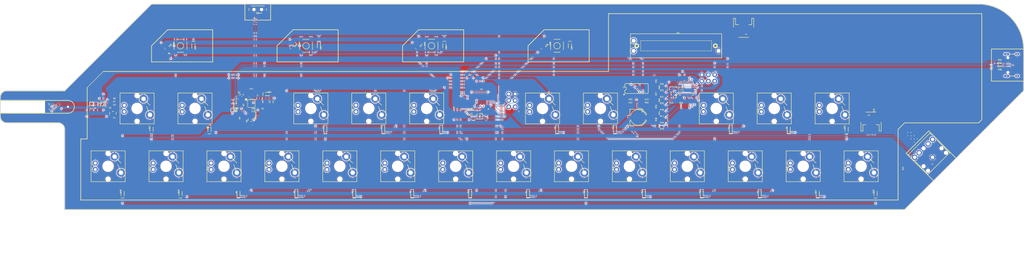
<source format=kicad_pcb>
(kicad_pcb (version 20221018) (generator pcbnew)
  (layers (0 "F.Cu" signal) (31 "B.Cu" signal) (34 "B.Paste" user) (35 "F.Paste" user) (36 "B.SilkS" user "B.Silkscreen") (37 "F.SilkS" user "F.Silkscreen") (38 "B.Mask" user) (39 "F.Mask" user) (44 "Edge.Cuts" user))
  (net 0 "")
  (net 1 "ROW1")
  (net 2 "ROW2")
  (net 3 "ROW3")
  (net 4 "ROW4")
  (net 5 "N$5")
  (net 6 "N$6")
  (net 7 "N$7")
  (net 8 "N$8")
  (net 9 "N$9")
  (net 10 "N$10")
  (net 11 "N$11")
  (net 12 "N$12")
  (net 13 "N$13")
  (net 14 "N$14")
  (net 15 "N$15")
  (net 16 "N$16")
  (net 17 "N$17")
  (net 18 "N$18")
  (net 19 "N$19")
  (net 20 "N$20")
  (net 21 "N$21")
  (net 22 "N$22")
  (net 23 "N$23")
  (net 24 "N$24")
  (net 25 "N$25")
  (net 26 "N$26")
  (net 27 "N$27")
  (net 28 "N$28")
  (net 29 "COL1")
  (net 30 "COL2")
  (net 31 "COL3")
  (net 32 "COL4")
  (net 33 "COL5")
  (net 34 "COL6")
  (net 35 "GND")
  (net 36 "VUSB")
  (net 37 "VBATT")
  (net 38 "N$1")
  (net 39 "N$2")
  (net 40 "N$3")
  (net 41 "N$4")
  (net 42 "EN")
  (net 43 "N$29")
  (net 44 "N$30")
  (net 45 "N$31")
  (net 46 "SCL1_8")
  (net 47 "SDA1_8")
  (net 48 "1.8V")
  (net 49 "N$40")
  (net 50 "SCL5")
  (net 51 "SDA5")
  (net 52 "5V")
  (net 53 "N$34")
  (net 54 "N$32")
  (net 55 "N$33")
  (net 56 "N$35")
  (net 57 "N$36")
  (net 58 "COL7")
  (net 59 "N$37")
  (net 60 "LED0")
  (net 61 "LED2")
  (net 62 "N$42")
  (net 63 "AREF")
  (net 64 "~{32U4_RESET}")
  (net 65 "32U4_SCK")
  (net 66 "32U4_CIPO")
  (net 67 "32U4_COPI")
  (net 68 "N$43")
  (net 69 "N$44")
  (net 70 "TXLED")
  (net 71 "UCAP")
  (net 72 "LED1")
  (net 73 "~{861RESET}")
  (net 74 "DAC_0")
  (net 75 "DAC_1")
  (net 76 "DAC_2")
  (net 77 "DAC_3")
  (net 78 "DAC_4")
  (net 79 "DAC_5")
  (net 80 "DAC_6")
  (net 81 "DAC_7")
  (net 82 "DAC_OUT")
  (net 83 "N$46")
  (net 84 "N$47")
  (net 85 "N$48")
  (net 86 "N$49")
  (net 87 "N$50")
  (net 88 "N$51")
  (net 89 "N$52")
  (net 90 "N$53")
  (net 91 "N$45")
  (net 92 "N$54")
  (net 93 "N$56")
  (net 94 "N$55")
  (net 95 "N$57")
  (net 96 "AUDIO_OUT")
  (net 97 "N$58")
  (net 98 "N$59")
  (net 99 "N$60")
  (net 100 "N$61")
  (net 101 "USB_P")
  (net 102 "USB_N")
  (net 103 "N$62")
  (net 104 "N$63")
  (net 105 "N$76")
  (net 106 "861CIPO")
  (net 107 "N$38")
  (net 108 "N$77")
  (net 109 "N$79")
  (net 110 "N$80")
  (footprint "working:0603" (layer "F.Cu") (at 200.8251 102.8446)
    (fp_text reference "C13")
    (fp_text value "0.1uF")
  )
  (footprint "working:SOT23-5" (layer "F.Cu") (at 45.6311 110.0836 180)
    (fp_text reference "U1")
    (fp_text value "MCP73831")
  )
  (footprint "working:0603" (layer "F.Cu") (at 41.8211 103.7336 -90)
    (fp_text reference "R2")
    (fp_text value "750K")
  )
  (footprint "working:TACTILE_SWITCH_SMD_5.2MM" (layer "F.Cu") (at 67.2211 80.8736 90)
    (fp_text reference "S26")
    (fp_text value "MOMENTARY-SWITCH-SPST-SMD-5.2MM-TALL")
  )
  (footprint "working:CHERRY-MX-LED-1U" (layer "F.Cu") (at 48.1711 118.9736 -90)
    (fp_text reference "S3")
    (fp_text value "MECHANICAL-KEYBOARD1U")
  )
  (footprint "working:0603" (layer "F.Cu") (at 133.2611 108.8136 90)
    (fp_text reference "C11")
    (fp_text value "22pF")
  )
  (footprint "working:0603" (layer "F.Cu") (at 212.2551 102.8446 180)
    (fp_text reference "C15")
    (fp_text value "22pF")
  )
  (footprint "working:0603" (layer "F.Cu") (at 205.9051 111.7346 -90)
    (fp_text reference "R29")
    (fp_text value "10k")
  )
  (footprint "working:SOD-323@1" (layer "F.Cu") (at -5.1689 139.2936 90)
    (fp_text reference "D18")
    (fp_text value "250mA/100V")
  )
  (footprint "working:0603" (layer "F.Cu") (at -16.5989 102.4636 180)
    (fp_text reference "R10")
    (fp_text value "2.2k")
  )
  (footprint "working:0603" (layer "F.Cu") (at 194.4751 102.8446)
    (fp_text reference "R32")
    (fp_text value "1k")
  )
  (footprint "working:0603" (layer "F.Cu") (at -30.5689 105.0036 90)
    (fp_text reference "C7")
    (fp_text value "0.1uF")
  )
  (footprint "working:CHERRY-MX-LED-1U" (layer "F.Cu") (at 219.6211 96.1136 -90)
    (fp_text reference "S15")
    (fp_text value "MECHANICAL-KEYBOARD1U")
  )
  (footprint "working:CHERRY-MX-LED-1U" (layer "F.Cu") (at 162.4711 118.9736 -90)
    (fp_text reference "S19")
    (fp_text value "MECHANICAL-KEYBOARD1U")
  )
  (footprint "working:SOD-323@1" (layer "F.Cu") (at 97.7011 113.8936 90)
    (fp_text reference "D10")
    (fp_text value "250mA/100V")
  )
  (footprint "working:TACTILE_SWITCH_SMD_5.2MM" (layer "F.Cu") (at 17.6911 80.8736 90)
    (fp_text reference "S25")
    (fp_text value "MOMENTARY-SWITCH-SPST-SMD-5.2MM-TALL")
  )
  (footprint "working:0603" (layer "F.Cu") (at 204.6351 109.1946 -90)
    (fp_text reference "R28")
    (fp_text value "10k")
  )
  (footprint "working:0603" (layer "F.Cu") (at 194.4751 104.1146)
    (fp_text reference "C12")
    (fp_text value "10nF")
  )
  (footprint "working:0603" (layer "F.Cu") (at 49.4411 102.4636 -90)
    (fp_text reference "R3")
    (fp_text value "100k")
  )
  (footprint "working:SOD-323@1" (layer "F.Cu") (at 17.6911 139.2936 90)
    (fp_text reference "D16")
    (fp_text value "250mA/100V")
  )
  (footprint "working:0603" (layer "F.Cu") (at 204.6351 99.0346 -90)
    (fp_text reference "R27")
    (fp_text value "10k")
  )
  (footprint "working:JST-2-SMD" (layer "F.Cu") (at 290.215046 110.0836)
    (fp_text reference "J2")
    (fp_text value "JST")
  )
  (footprint "working:0603" (layer "F.Cu") (at 48.1711 110.0836 90)
    (fp_text reference "RPROG0")
    (fp_text value "2.0k")
  )
  (footprint "working:0603" (layer "F.Cu") (at 208.4451 107.9246 180)
    (fp_text reference "R17")
    (fp_text value "20k")
  )
  (footprint "working:0805" (layer "F.Cu") (at 53.3781 102.4636 -90)
    (fp_text reference "C1")
    (fp_text value "22uF")
  )
  (footprint "working:0603" (layer "F.Cu") (at 208.4451 110.4646 180)
    (fp_text reference "R16")
    (fp_text value "20k")
  )
  (footprint "working:0603" (layer "F.Cu") (at -8.9789 102.4636)
    (fp_text reference "R5")
    (fp_text value "2.2k")
  )
  (footprint "working:SOD-323@1" (layer "F.Cu") (at 171.3611 80.8736 -90)
    (fp_text reference "D34")
    (fp_text value "250mA/100V")
  )
  (footprint "working:CHERRY-MX-LED-1U" (layer "F.Cu") (at 242.4811 96.1136 -90)
    (fp_text reference "S21")
    (fp_text value "MECHANICAL-KEYBOARD1U")
  )
  (footprint "working:0603" (layer "F.Cu") (at 204.6351 104.1146 -90)
    (fp_text reference "R25")
    (fp_text value "10k")
  )
  (footprint "working:CHERRY-MX-LED-1U" (layer "F.Cu") (at 208.1911 118.9736 -90)
    (fp_text reference "S18")
    (fp_text value "MECHANICAL-KEYBOARD1U")
  )
  (footprint "working:TACTILE_SWITCH_SMD_5.2MM" (layer "F.Cu") (at 116.7511 80.8736 90)
    (fp_text reference "S27")
    (fp_text value "MOMENTARY-SWITCH-SPST-SMD-5.2MM-TALL")
  )
  (footprint "working:SOD-323@1" (layer "F.Cu") (at 154.8511 139.2936 90)
    (fp_text reference "D4")
    (fp_text value "250mA/100V")
  )
  (footprint "working:CREATIVE_COMMONS" (layer "F.Cu") (at 124.3711 167.2336)
    (fp_text reference "FRAME1" hide)
    (fp_text value "FRAME-LEDGER" hide)
  )
  (footprint "working:CHERRY-MX-LED-1U" (layer "F.Cu") (at 173.9011 96.1136 -90)
    (fp_text reference "S16")
    (fp_text value "MECHANICAL-KEYBOARD1U")
  )
  (footprint "working:0603" (layer "F.Cu") (at 208.4451 100.3046 180)
    (fp_text reference "R21")
    (fp_text value "20k")
  )
  (footprint "working:0603" (layer "F.Cu") (at 130.7211 108.8136)
    (fp_text reference "R14")
    (fp_text value "10k")
  )
  (footprint "working:0603" (layer "F.Cu") (at 200.8251 104.1146)
    (fp_text reference "R33")
    (fp_text value "10")
  )
  (footprint "working:SOD-323@1" (layer "F.Cu") (at 269.1511 139.2936 90)
    (fp_text reference "D14")
    (fp_text value "250mA/100V")
  )
  (footprint "working:SOD-323@1" (layer "F.Cu") (at 189.1411 113.8936 90)
    (fp_text reference "D12")
    (fp_text value "250mA/100V")
  )
  (footprint "working:AUDIO-JACK" (layer "F.Cu") (at 314.499125 124.951629 135)
    (fp_text reference "J7")
    (fp_text value "AUDIO_JACK_3.5MM_PTH")
  )
  (footprint "working:0603" (layer "F.Cu") (at 205.9051 96.4946 -90)
    (fp_text reference "R30")
    (fp_text value "10k")
  )
  (footprint "working:SWITCH_SPST_SMD_A" (layer "F.Cu") (at 48.1711 66.5226)
    (fp_text reference "S31")
    (fp_text value "")
  )
  (footprint "working:0603" (layer "F.Cu") (at -16.5989 106.2736)
    (fp_text reference "C6")
    (fp_text value "100pF")
  )
  (footprint "working:CHERRY-MX-LED-1U" (layer "F.Cu") (at 185.3311 118.9736 -90)
    (fp_text reference "S17")
    (fp_text value "MECHANICAL-KEYBOARD1U")
  )
  (footprint "working:SOD-323@1" (layer "F.Cu") (at 86.2711 139.2936 90)
    (fp_text reference "D15")
    (fp_text value "250mA/100V")
  )
  (footprint "working:SOD-323@1" (layer "F.Cu") (at 121.8311 80.8736 -90)
    (fp_text reference "D33")
    (fp_text value "250mA/100V")
  )
  (footprint "working:0603" (layer "F.Cu") (at 212.2551 97.7646)
    (fp_text reference "C16")
    (fp_text value "22pF")
  )
  (footprint "working:SOD-323@1" (layer "F.Cu") (at 234.8611 113.8936 90)
    (fp_text reference "D11")
    (fp_text value "250mA/100V")
  )
  (footprint "working:32M1-A_ATM" (layer "F.Cu") (at 217.3351 97.7646)
    (fp_text reference "U6")
    (fp_text value "ATTINY861V-10MU")
  )
  (footprint "working:0805" (layer "F.Cu") (at 51.9811 102.4636 -90)
    (fp_text reference "C2")
    (fp_text value "22uF")
  )
  (footprint "working:SOD-323@1" (layer "F.Cu") (at 166.2811 113.8936 90)
    (fp_text reference "D5")
    (fp_text value "250mA/100V")
  )
  (footprint "working:QFN-44-NOPAD_1_1-LESS_PASTE" (layer "F.Cu") (at 135.8011 102.4636)
    (fp_text reference "U5")
    (fp_text value "32U4")
  )
  (footprint "working:VSSOP_8PIN" (layer "F.Cu") (at -12.7889 103.7336 180)
    (fp_text reference "U4")
    (fp_text value "")
  )
  (footprint "" (layer "F.Cu") (at -26.7589 105.0036)
    (fp_text reference "@HOLE0" hide)
    (fp_text value "")
  )
  (footprint "working:CHERRY-MX-LED-1U" (layer "F.Cu") (at 2.4511 118.9736 -90)
    (fp_text reference "S10")
    (fp_text value "MECHANICAL-KEYBOARD1U")
  )
  (footprint "working:0603" (layer "F.Cu") (at 205.9051 106.6546 -90)
    (fp_text reference "R24")
    (fp_text value "10k")
  )
  (footprint "working:SOD-323@1" (layer "F.Cu") (at 131.9911 139.2936 90)
    (fp_text reference "D19")
    (fp_text value "250mA/100V")
  )
  (footprint "working:0603" (layer "F.Cu") (at 340.2711 89.7636)
    (fp_text reference "R37")
    (fp_text value "5.1k")
  )
  (footprint "working:MSOP8" (layer "F.Cu") (at 45.6311 103.7336 -90)
    (fp_text reference "U2")
    (fp_text value "PAM2401")
  )
  (footprint "working:0603" (layer "F.Cu") (at -16.5989 103.7336 180)
    (fp_text reference "R8")
    (fp_text value "2.2k")
  )
  (footprint "working:SOD-323@1" (layer "F.Cu") (at 72.3011 80.8736 -90)
    (fp_text reference "D32")
    (fp_text value "250mA/100V")
  )
  (footprint "working:SOD-323@1" (layer "F.Cu") (at 74.8411 113.8936 90)
    (fp_text reference "D24")
    (fp_text value "250mA/100V")
  )
  (footprint "working:CHERRY-MX-LED-1U" (layer "F.Cu") (at -8.9789 96.1136 -90)
    (fp_text reference "S11")
    (fp_text value "MECHANICAL-KEYBOARD1U")
  )
  (footprint "working:SOT-416FL" (layer "F.Cu") (at 41.8211 99.9236)
    (fp_text reference "Q1")
    (fp_text value "100mA/20V/3.8Ω")
  )
  (footprint "working:SOT23-5" (layer "F.Cu") (at -8.9789 107.5436)
    (fp_text reference "U3")
    (fp_text value "AP2127K-1.8V")
  )
  (footprint "working:0603" (layer "F.Cu") (at -8.9789 105.0036)
    (fp_text reference "C5")
    (fp_text value "1.0uF")
  )
  (footprint "working:0603" (layer "F.Cu") (at 208.4451 113.0046 180)
    (fp_text reference "R19")
    (fp_text value "20k")
  )
  (footprint "working:0603" (layer "F.Cu") (at 208.4451 97.7646 180)
    (fp_text reference "R22")
    (fp_text value "20k")
  )
  (footprint "working:SOD-323@1" (layer "F.Cu") (at 6.2611 113.8936 90)
    (fp_text reference "D17")
    (fp_text value "250mA/100V")
  )
  (footprint "working:0603" (layer "F.Cu") (at 340.2711 91.0336)
    (fp_text reference "R35")
    (fp_text value "5.1k")
  )
  (footprint "working:0603" (layer "F.Cu") (at 340.2711 88.4936)
    (fp_text reference "R36")
    (fp_text value "5.1k")
  )
  (footprint "working:0603" (layer "F.Cu") (at 41.8211 110.0836 90)
    (fp_text reference "C9")
    (fp_text value "4.7uF")
  )
  (footprint "working:SOD-323@1" (layer "F.Cu") (at 22.7711 80.8736 -90)
    (fp_text reference "D29")
    (fp_text value "250mA/100V")
  )
  (footprint "working:CRYSTAL-SMD-2.0X1.6MM" (layer "F.Cu") (at 212.2551 100.3046 -90)
    (fp_text reference "Y1")
    (fp_text value "16MHz")
  )
  (footprint "working:0603" (layer "F.Cu") (at 138.3411 108.8136 -90)
    (fp_text reference "C8")
    (fp_text value "22pF")
  )
  (footprint "working:CHERRY-MX-LED-1U" (layer "F.Cu") (at 139.6111 118.9736 -90)
    (fp_text reference "S13")
    (fp_text value "MECHANICAL-KEYBOARD1U")
  )
  (footprint "working:LED-0603@1" (layer "F.Cu") (at 111.6711 80.8736 -135)
    (fp_text reference "D27")
    (fp_text value "RED")
  )
  (footprint "working:0603" (layer "F.Cu") (at 204.6351 93.9546 -90)
    (fp_text reference "R31")
    (fp_text value "10k")
  )
  (footprint "working:TACTILE_SWITCH_SMD_5.2MM" (layer "F.Cu") (at 166.2811 80.8736 90)
    (fp_text reference "S28")
    (fp_text value "MOMENTARY-SWITCH-SPST-SMD-5.2MM-TALL")
  )
  (footprint "working:0603" (layer "F.Cu") (at 45.6311 107.5436)
    (fp_text reference "C10")
    (fp_text value "4.7uF")
  )
  (footprint "working:SOD-323" (layer "F.Cu") (at 39.2811 106.2736)
    (fp_text reference "D31")
    (fp_text value "3A/10V/280mV")
  )
  (footprint "working:CHERRY-MX-LED-1U" (layer "F.Cu") (at 93.8911 118.9736 -90)
    (fp_text reference "S1")
    (fp_text value "MECHANICAL-KEYBOARD1U")
  )
  (footprint "working:CHERRY-MX-LED-1U" (layer "F.Cu") (at 265.3411 96.1136 -90)
    (fp_text reference "S23")
    (fp_text value "MECHANICAL-KEYBOARD1U")
  )
  (footprint "working:SOD-323@1" (layer "F.Cu") (at 246.2911 139.2936 90)
    (fp_text reference "D3")
    (fp_text value "250mA/100V")
  )
  (footprint "working:0603" (layer "F.Cu") (at -8.9789 103.7336)
    (fp_text reference "R7")
    (fp_text value "2.2k")
  )
  (footprint "working:LED-0603@1" (layer "F.Cu") (at 161.2011 80.8736 -135)
    (fp_text reference "D28")
    (fp_text value "RED")
  )
  (footprint "working:CHERRY-MX-LED-1U" (layer "F.Cu") (at 231.0511 118.9736 -90)
    (fp_text reference "S20")
    (fp_text value "MECHANICAL-KEYBOARD1U")
  )
  (footprint "working:LED-0603@1" (layer "F.Cu") (at 45.6311 106.2736)
    (fp_text reference "D30")
    (fp_text value "BLUE")
  )
  (footprint "working:0603" (layer "F.Cu") (at 43.0911 110.0836 -90)
    (fp_text reference "R9")
    (fp_text value "1k")
  )
  (footprint "working:ICP-10101" (layer "F.Cu") (at -33.1089 105.0036)
    (fp_text reference "U$1" hide)
    (fp_text value "ICP-10101" hide)
  )
  (footprint "working:0603" (layer "F.Cu") (at 12.6111 84.6836)
    (fp_text reference "R6")
    (fp_text value "330")
  )
  (footprint "working:0603" (layer "F.Cu") (at -16.5989 105.0036 180)
    (fp_text reference "R11")
    (fp_text value "200k")
  )
  (footprint "working:SOD-323@1" (layer "F.Cu") (at 200.5711 139.2936 90)
    (fp_text reference "D13")
    (fp_text value "250mA/100V")
  )
  (footprint "working:0603" (layer "F.Cu") (at 208.4451 95.2246 180)
    (fp_text reference "R23")
    (fp_text value "20k")
  )
  (footprint "working:PANASONIC_D" (layer "F.Cu") (at 198.2851 109.1946)
    (fp_text reference "C14")
    (fp_text value "100uF")
  )
  (footprint "working:0603" (layer "F.Cu") (at -8.9789 110.0836)
    (fp_text reference "C4")
    (fp_text value "1.0uF")
  )
  (footprint "working:LED-0603@1" (layer "F.Cu") (at 12.6111 80.8736 -135)
    (fp_text reference "D25")
    (fp_text value "RED")
  )
  (footprint "working:SOD-323@1" (layer "F.Cu") (at 63.4111 139.2936 90)
    (fp_text reference "D9")
    (fp_text value "250mA/100V")
  )
  (footprint "working:CHERRY-MX-LED-1U" (layer "F.Cu") (at 59.6011 96.1136 -90)
    (fp_text reference "S6")
    (fp_text value "MECHANICAL-KEYBOARD1U")
  )
  (footprint "working:0603" (layer "F.Cu") (at 208.4451 105.3846 180)
    (fp_text reference "R18")
    (fp_text value "20k")
  )
  (footprint "working:SOD-323@1" (layer "F.Cu") (at 40.5511 139.2936 90)
    (fp_text reference "D1")
    (fp_text value "250mA/100V")
  )
  (footprint "working:SOD-323@1" (layer "F.Cu") (at 120.5611 113.8936 90)
    (fp_text reference "D7")
    (fp_text value "250mA/100V")
  )
  (footprint "working:SOD-323@1" (layer "F.Cu") (at 280.5811 113.8936 90)
    (fp_text reference "D23")
    (fp_text value "250mA/100V")
  )
  (footprint "working:SOD-323" (layer "F.Cu") (at 51.9811 99.9236)
    (fp_text reference "D35")
    (fp_text value "3A/10V/280mV")
  )
  (footprint "working:SOD-323@1" (layer "F.Cu") (at 109.1311 139.2936 90)
    (fp_text reference "D2")
    (fp_text value "250mA/100V")
  )
  (footprint "working:SOD-323@1" (layer "F.Cu") (at 257.7211 113.8936 90)
    (fp_text reference "D6")
    (fp_text value "250mA/100V")
  )
  (footprint "working:SLIDER-SMALL" (layer "F.Cu") (at 213.2711 80.8736)
    (fp_text reference "VR1")
    (fp_text value "10k")
  )
  (footprint "working:SOD-323@1" (layer "F.Cu") (at 292.0111 139.2936 90)
    (fp_text reference "D20")
    (fp_text value "250mA/100V")
  )
  (footprint "working:SOD-323@1" (layer "F.Cu") (at 177.7111 139.2936 90)
    (fp_text reference "D21")
    (fp_text value "250mA/100V")
  )
  (footprint "working:USB-C-16P-2LAYER-PADS" (layer "F.Cu") (at 342.8111 88.4936 90)
    (fp_text reference "J6")
    (fp_text value "")
  )
  (footprint "working:CHERRY-MX-LED-1U" (layer "F.Cu") (at 276.7711 118.9736 -90)
    (fp_text reference "S24")
    (fp_text value "MECHANICAL-KEYBOARD1U")
  )
  (footprint "working:LED-0603@1" (layer "F.Cu") (at 62.1411 80.8736 -135)
    (fp_text reference "D26")
    (fp_text value "RED")
  )
  (footprint "working:0603" (layer "F.Cu") (at 50.7111 102.4636 90)
    (fp_text reference "R4")
    (fp_text value "750K")
  )
  (footprint "working:JST-2-SMD" (layer "F.Cu") (at 239.9411 74.5236 180)
    (fp_text reference "J4")
    (fp_text value "JST")
  )
  (footprint "working:0603" (layer "F.Cu") (at 205.9051 101.5746 -90)
    (fp_text reference "R26")
    (fp_text value "10k")
  )
  (footprint "working:CRYSTAL-SMD-2.0X1.6MM" (layer "F.Cu") (at 135.8011 108.8136)
    (fp_text reference "Y2")
    (fp_text value "16MHz")
  )
  (footprint "working:0603" (layer "F.Cu") (at 39.2811 103.7336 90)
    (fp_text reference "R12")
    (fp_text value "1k")
  )
  (footprint "working:CHERRY-MX-LED-1U" (layer "F.Cu") (at 105.3211 96.1136 -90)
    (fp_text reference "S2")
    (fp_text value "MECHANICAL-KEYBOARD1U")
  )
  (footprint "working:INDUCTOR_4X4MM" (layer "F.Cu") (at 45.6311 99.9236 -90)
    (fp_text reference "L1")
    (fp_text value "2.2UH3A")
  )
  (footprint "working:0603" (layer "F.Cu") (at 50.7111 105.0036 180)
    (fp_text reference "R1")
    (fp_text value "100k")
  )
  (footprint "working:CHERRY-MX-LED-1U" (layer "F.Cu") (at 25.3111 118.9736 -90)
    (fp_text reference "S8")
    (fp_text value "MECHANICAL-KEYBOARD1U")
  )
  (footprint "working:0805" (layer "F.Cu") (at 40.5511 103.7336 90)
    (fp_text reference "C3")
    (fp_text value "22uF")
  )
  (footprint "working:CHERRY-MX-LED-1U" (layer "F.Cu") (at -20.4089 118.9736 -90)
    (fp_text reference "S12")
    (fp_text value "MECHANICAL-KEYBOARD1U")
  )
  (footprint "working:CHERRY-MX-LED-1U" (layer "F.Cu") (at 71.0311 118.9736 -90)
    (fp_text reference "S5")
    (fp_text value "MECHANICAL-KEYBOARD1U")
  )
  (footprint "working:SOD-323@1" (layer "F.Cu") (at 29.1211 113.8936 90)
    (fp_text reference "D8")
    (fp_text value "250mA/100V")
  )
  (footprint "working:CHERRY-MX-LED-1U" (layer "F.Cu") (at 253.9111 118.9736 -90)
    (fp_text reference "S22")
    (fp_text value "MECHANICAL-KEYBOARD1U")
  )
  (footprint "working:0603" (layer "F.Cu") (at 38.0111 103.7336 -90)
    (fp_text reference "R13")
    (fp_text value "100k")
  )
  (footprint "working:0603" (layer "F.Cu") (at 340.2711 87.2236)
    (fp_text reference "R34")
    (fp_text value "5.1k")
  )
  (footprint "working:SOD-323@1" (layer "F.Cu") (at 223.4311 139.2936 90)
    (fp_text reference "D22")
    (fp_text value "250mA/100V")
  )
  (footprint "working:CHERRY-MX-LED-1U" (layer "F.Cu") (at 116.7511 118.9736 -90)
    (fp_text reference "S7")
    (fp_text value "MECHANICAL-KEYBOARD1U")
  )
  (footprint "working:0603" (layer "F.Cu") (at 216.0651 102.8446 180)
    (fp_text reference "R15")
    (fp_text value "10k")
  )
  (footprint "working:CHERRY-MX-LED-1U" (layer "F.Cu") (at 151.0411 96.1136 -90)
    (fp_text reference "S14")
    (fp_text value "MECHANICAL-KEYBOARD1U")
  )
  (footprint "working:CHERRY-MX-LED-1U" (layer "F.Cu") (at 13.8811 96.1136 -90)
    (fp_text reference "S9")
    (fp_text value "MECHANICAL-KEYBOARD1U")
  )
  (footprint "working:0603" (layer "F.Cu") (at 208.4451 102.8446 180)
    (fp_text reference "R20")
    (fp_text value "20k")
  )
  (footprint "working:SO14" (layer "F.Cu") (at 197.0151 97.7646)
    (fp_text reference "U7")
    (fp_text value "LMV324")
  )
  (footprint "working:CHERRY-MX-LED-1U" (layer "F.Cu") (at 82.4611 96.1136 -90)
    (fp_text reference "S4")
    (fp_text value "MECHANICAL-KEYBOARD1U")
  )
  (footprint "working:2X3-NS" (layer "B.Cu") (at 148.5011 102.4636 90)
    (fp_text reference "J5")
    (fp_text value "AVR_SPI_PROG_3X2NS")
  )
  (footprint "working:2X3-NS" (layer "B.Cu") (at 225.9711 93.5736 180)
    (fp_text reference "J3")
    (fp_text value "AVR_SPI_PROG_3X2NS")
  )
  (gr_line (start -12.7889 91.0336) (end 186.6011 91.0336) (stroke (width 0.254)) (layer "F.SilkS"))
  (gr_line (start 129.4511 87.2236) (end 105.3211 87.2236) (stroke (width 0.254)) (layer "F.SilkS"))
  (gr_line (start 30.3911 74.5236) (end 30.3911 87.2236) (stroke (width 0.254)) (layer "F.SilkS"))
  (gr_line (start 337.7311 82.1436) (end 337.7311 94.8436) (stroke (width 0.254)) (layer "F.SilkS"))
  (gr_line (start -30.5689 111.3536) (end -50.8889 111.3536) (stroke (width 0.254)) (layer "F.SilkS"))
  (gr_line (start -21.6789 117.7036) (end -19.1389 117.7036) (stroke (width 0.254)) (layer "F.SilkS"))
  (gr_line (start -50.8889 98.6536) (end -28.0289 98.6536) (stroke (width 0.254)) (layer "F.SilkS"))
  (gr_line (start 350.4311 98.6536) (end 325.0311 124.0536) (stroke (width 0.254)) (layer "F.SilkS"))
  (gr_line (start 129.4511 74.5236) (end 129.4511 87.2236) (stroke (width 0.254)) (layer "F.SilkS"))
  (gr_line (start -53.4289 108.8136) (end -53.4289 107.5436) (stroke (width 0.254)) (layer "F.SilkS"))
  (gr_line (start -26.7589 102.4636) (end -53.4289 102.4636) (stroke (width 0.254)) (layer "F.SilkS"))
  (gr_line (start 178.9811 87.2236) (end 178.9811 74.5236) (stroke (width 0.254)) (layer "F.SilkS"))
  (gr_line (start 43.0911 70.7136) (end 53.2511 70.7136) (stroke (width 0.254)) (layer "F.SilkS"))
  (gr_line (start 79.9211 74.5236) (end 79.9211 87.2236) (stroke (width 0.254)) (layer "F.SilkS"))
  (gr_arc (start -30.5689 111.3536) (mid -28.772849 112.097549) (end -28.0289 113.8936) (stroke (width 0.254)) (layer "F.SilkS"))
  (gr_line (start 154.8511 80.8736) (end 154.8511 87.2236) (stroke (width 0.254)) (layer "F.SilkS"))
  (gr_line (start 303.4411 145.6436) (end -28.0289 145.6436) (stroke (width 0.254)) (layer "F.SilkS"))
  (gr_line (start 313.6011 135.4836) (end 303.4411 145.6436) (stroke (width 0.254)) (layer "F.SilkS"))
  (gr_line (start 337.7311 94.8436) (end 350.4311 94.8436) (stroke (width 0.254)) (layer "F.SilkS"))
  (gr_line (start 53.2511 70.7136) (end 53.2511 64.3636) (stroke (width 0.254)) (layer "F.SilkS"))
  (gr_line (start 55.7911 80.8736) (end 62.1411 74.5236) (stroke (width 0.254)) (layer "F.SilkS"))
  (gr_line (start 161.2011 74.5236) (end 154.8511 80.8736) (stroke (width 0.254)) (layer "F.SilkS"))
  (gr_line (start 154.8511 87.2236) (end 178.9811 87.2236) (stroke (width 0.254)) (layer "F.SilkS"))
  (gr_line (start 62.1411 74.5236) (end 79.9211 74.5236) (stroke (width 0.254)) (layer "F.SilkS"))
  (gr_line (start 105.3211 87.2236) (end 105.3211 80.8736) (stroke (width 0.254)) (layer "F.SilkS"))
  (gr_arc (start -53.4289 101.1936) (mid -52.684951 99.397549) (end -50.8889 98.6536) (stroke (width 0.254)) (layer "F.SilkS"))
  (gr_line (start -21.6789 141.8336) (end 300.9011 141.8336) (stroke (width 0.254)) (layer "F.SilkS"))
  (gr_line (start 300.9011 113.8936) (end 300.9011 141.8336) (stroke (width 0.254)) (layer "F.SilkS"))
  (gr_line (start 186.6011 91.0336) (end 186.6011 68.1736) (stroke (width 0.254)) (layer "F.SilkS"))
  (gr_line (start 6.2611 87.2236) (end 6.2611 80.8736) (stroke (width 0.254)) (layer "F.SilkS"))
  (gr_line (start 12.6111 74.5236) (end 30.3911 74.5236) (stroke (width 0.254)) (layer "F.SilkS"))
  (gr_line (start 111.6711 74.5236) (end 129.4511 74.5236) (stroke (width 0.254)) (layer "F.SilkS"))
  (gr_line (start -28.0289 145.6436) (end -28.0289 113.8936) (stroke (width 0.254)) (layer "F.SilkS"))
  (gr_line (start 6.2611 64.3636) (end 43.0911 64.3636) (stroke (width 0.254)) (layer "F.SilkS"))
  (gr_arc (start -26.758901 102.463599) (mid -24.962849 103.207548) (end -24.2189 105.0036) (stroke (width 0.254)) (layer "F.SilkS"))
  (gr_line (start 55.7911 87.2236) (end 55.7911 80.8736) (stroke (width 0.254)) (layer "F.SilkS"))
  (gr_line (start 323.7611 125.3236) (end 312.9661 114.5286) (stroke (width 0.254)) (layer "F.SilkS"))
  (gr_line (start -28.0289 98.6536) (end 6.2611 64.3636) (stroke (width 0.254)) (layer "F.SilkS"))
  (gr_line (start 333.9211 110.0836) (end 333.9211 68.1736) (stroke (width 0.254)) (layer "F.SilkS"))
  (gr_line (start -53.4289 102.4636) (end -53.4289 101.1936) (stroke (width 0.254)) (layer "F.SilkS"))
  (gr_line (start -19.1389 97.3836) (end -12.7889 91.0336) (stroke (width 0.1524)) (layer "F.SilkS"))
  (gr_line (start 304.0761 123.4186) (end 314.8711 134.2136) (stroke (width 0.254)) (layer "F.SilkS"))
  (gr_arc (start 332.6511 64.3636) (mid 345.223459 69.571241) (end 350.4311 82.1436) (stroke (width 0.254)) (layer "F.SilkS"))
  (gr_arc (start -24.218901 105.003599) (mid -24.962849 106.799651) (end -26.7589 107.5436) (stroke (width 0.254)) (layer "F.SilkS"))
  (gr_line (start 178.9811 74.5236) (end 161.2011 74.5236) (stroke (width 0.254)) (layer "F.SilkS"))
  (gr_line (start 350.4311 94.8436) (end 350.4311 98.6536) (stroke (width 0.254)) (layer "F.SilkS"))
  (gr_line (start 53.2511 64.3636) (end 332.6511 64.3636) (stroke (width 0.254)) (layer "F.SilkS"))
  (gr_line (start 303.4411 111.3536) (end 332.6511 111.3536) (stroke (width 0.254)) (layer "F.SilkS"))
  (gr_line (start 303.4411 111.3536) (end 300.9011 113.8936) (stroke (width 0.254)) (layer "F.SilkS"))
  (gr_line (start 105.3211 80.8736) (end 111.6711 74.5236) (stroke (width 0.254)) (layer "F.SilkS"))
  (gr_line (start -19.1389 117.7036) (end -19.1389 97.3836) (stroke (width 0.254)) (layer "F.SilkS"))
  (gr_line (start 6.2611 80.8736) (end 12.6111 74.5236) (stroke (width 0.254)) (layer "F.SilkS"))
  (gr_line (start 332.6511 111.3536) (end 333.9211 110.0836) (stroke (width 0.254)) (layer "F.SilkS"))
  (gr_line (start 30.3911 87.2236) (end 6.2611 87.2236) (stroke (width 0.254)) (layer "F.SilkS"))
  (gr_line (start 186.6011 68.1736) (end 333.9211 68.1736) (stroke (width 0.254)) (layer "F.SilkS"))
  (gr_line (start -21.6789 141.8336) (end -21.6789 117.7036) (stroke (width 0.254)) (layer "F.SilkS"))
  (gr_line (start 312.9661 114.5286) (end 304.0761 123.4186) (stroke (width 0.254)) (layer "F.SilkS"))
  (gr_line (start 43.0911 64.3636) (end 43.0911 70.7136) (stroke (width 0.254)) (layer "F.SilkS"))
  (gr_line (start -53.4289 107.5436) (end -26.7589 107.5436) (stroke (width 0.254)) (layer "F.SilkS"))
  (gr_line (start 350.4311 82.1436) (end 337.7311 82.1436) (stroke (width 0.254)) (layer "F.SilkS"))
  (gr_arc (start -50.8889 111.3536) (mid -52.684951 110.609651) (end -53.4289 108.8136) (stroke (width 0.254)) (layer "F.SilkS"))
  (gr_line (start 79.9211 87.2236) (end 55.7911 87.2236) (stroke (width 0.254)) (layer "F.SilkS"))
  (gr_line (start -50.8889 98.6536) (end -28.0289 98.6536) (stroke (width 0.254)) (layer "Edge.Cuts"))
  (gr_arc (start -30.5689 111.3536) (mid -28.772849 112.097549) (end -28.0289 113.8936) (stroke (width 0.254)) (layer "Edge.Cuts"))
  (gr_arc (start -53.4289 101.1936) (mid -52.684951 99.397549) (end -50.8889 98.6536) (stroke (width 0.254)) (layer "Edge.Cuts"))
  (gr_arc (start -50.8889 111.3536) (mid -52.684951 110.609651) (end -53.4289 108.8136) (stroke (width 0.254)) (layer "Edge.Cuts"))
  (gr_arc (start 332.6511 64.3636) (mid 345.223459 69.571241) (end 350.4311 82.1436) (stroke (width 0.254)) (layer "Edge.Cuts"))
  (gr_line (start -50.8889 111.3536) (end -30.5689 111.3536) (stroke (width 0.254)) (layer "Edge.Cuts"))
  (gr_line (start 303.4411 145.6436) (end 350.4311 98.6536) (stroke (width 0.254)) (layer "Edge.Cuts"))
  (gr_line (start 332.6511 64.3636) (end 6.2611 64.3636) (stroke (width 0.254)) (layer "Edge.Cuts"))
  (gr_line (start -28.0289 145.6436) (end 303.4411 145.6436) (stroke (width 0.254)) (layer "Edge.Cuts"))
  (gr_line (start -28.0289 98.6536) (end 6.2611 64.3636) (stroke (width 0.254)) (layer "Edge.Cuts"))
  (gr_line (start -28.0289 113.8936) (end -28.0289 145.6436) (stroke (width 0.254)) (layer "Edge.Cuts"))
  (gr_line (start 350.4311 98.6536) (end 350.4311 82.1436) (stroke (width 0.254)) (layer "Edge.Cuts"))
  (gr_line (start -53.4289 101.1936) (end -53.4289 108.8136) (stroke (width 0.254)) (layer "Edge.Cuts"))
  (segment (start 60.2361 124.6886) (end 60.2361 122.1486) (width 0.254) (layer "F.Cu") (net 1))
  (segment (start 3.0861 99.2886) (end 4.9911 97.3836) (width 0.254) (layer "F.Cu") (net 1))
  (segment (start 58.3311 120.2436) (end 59.6011 118.9736) (width 0.1524) (layer "F.Cu") (net 1))
  (segment (start 134.0231 97.3836) (end 134.822231 98.182732) (width 0.1524) (layer "F.Cu") (net 1))
  (segment (start -8.3439 122.1486) (end -6.4389 120.2436) (width 0.254) (layer "F.Cu") (net 1))
  (segment (start -6.4389 120.2436) (end 14.5161 120.2436) (width 0.254) (layer "F.Cu") (net 1))
  (segment (start 25.9461 99.2886) (end 25.9461 101.8286) (width 0.254) (layer "F.Cu") (net 1))
  (segment (start 14.5161 120.2436) (end 14.5161 97.3836) (width 0.254) (layer "F.Cu") (net 1))
  (segment (start 15.7861 83.6676) (end 15.7861 97.3836) (width 0.1524) (layer "F.Cu") (net 1))
  (segment (start 3.0861 101.8286) (end 3.0861 99.2886) (width 0.254) (layer "F.Cu") (net 1))
  (segment (start 37.3761 120.2436) (end 58.3311 120.2436) (width 0.254) (layer "F.Cu") (net 1))
  (segment (start 59.6011 118.9736) (end 59.6011 98.6536) (width 0.1524) (layer "F.Cu") (net 1))
  (segment (start -8.3439 124.6886) (end -8.3439 122.1486) (width 0.254) (layer "F.Cu") (net 1))
  (segment (start 24.0411 97.3836) (end 25.9461 99.2886) (width 0.254) (layer "F.Cu") (net 1))
  (segment (start 4.9911 97.3836) (end 14.5161 97.3836) (width 0.254) (layer "F.Cu") (net 1))
  (segment (start 60.2361 122.1486) (end 58.3311 120.2436) (width 0.254) (layer "F.Cu") (net 1))
  (segment (start 15.7861 97.3836) (end 24.0411 97.3836) (width 0.254) (layer "F.Cu") (net 1))
  (segment (start 14.5161 124.6886) (end 14.5161 120.2436) (width 0.254) (layer "F.Cu") (net 1))
  (segment (start 14.5161 97.3836) (end 15.7861 97.3836) (width 0.254) (layer "F.Cu") (net 1))
  (segment (start 14.5161 120.2436) (end 37.3761 120.2436) (width 0.254) (layer "F.Cu") (net 1))
  (segment (start 121.8311 97.3836) (end 134.0231 97.3836) (width 0.1524) (layer "F.Cu") (net 1))
  (segment (start 134.822231 98.182732) (end 134.822231 99.1271) (width 0.1524) (layer "F.Cu") (net 1))
  (segment (start 37.3761 120.2436) (end 37.3761 124.6886) (width 0.254) (layer "F.Cu") (net 1))
  (via (at 59.6011 98.6536) (size 0.5588) (drill 0.3048) (layers "F.Cu" "B.Cu") (net 1))
  (via (at 121.8311 97.3836) (size 0.5588) (drill 0.3048) (layers "F.Cu" "B.Cu") (net 1))
  (segment (start 120.5611 98.6536) (end 121.8311 97.3836) (width 0.1524) (layer "B.Cu") (net 1))
  (segment (start 59.6011 98.6536) (end 120.5611 98.6536) (width 0.1524) (layer "B.Cu") (net 1))
  (segment (start 65.3161 83.6676) (end 65.3161 96.7486) (width 0.1524) (layer "F.Cu") (net 2))
  (segment (start 126.9111 120.2436) (end 128.8161 122.1486) (width 0.254) (layer "F.Cu") (net 2))
  (segment (start 128.8161 122.1486) (end 128.8161 124.6886) (width 0.254) (layer "F.Cu") (net 2))
  (segment (start 85.0011 120.2436) (end 105.9561 120.2436) (width 0.254) (layer "F.Cu") (net 2))
  (segment (start 117.3861 99.2886) (end 117.3861 101.8286) (width 0.254) (layer "F.Cu") (net 2))
  (segment (start 135.3011 96.8836) (end 134.5311 96.1136) (width 0.1524) (layer "F.Cu") (net 2))
  (segment (start 105.9561 97.3836) (end 115.4811 97.3836) (width 0.254) (layer "F.Cu") (net 2))
  (segment (start 134.5311 96.1136) (end 120.5611 96.1136) (width 0.1524) (layer "F.Cu") (net 2))
  (segment (start 69.7611 97.3836) (end 71.6661 99.2886) (width 0.1524) (layer "F.Cu") (net 2))
  (segment (start 71.6661 101.8286) (end 71.6661 99.2886) (width 0.254) (layer "F.Cu") (net 2))
  (segment (start 135.3011 99.1271) (end 135.3011 96.8836) (width 0.1524) (layer "F.Cu") (net 2))
  (segment (start 105.9561 120.2436) (end 105.9561 97.3836) (width 0.254) (layer "F.Cu") (net 2))
  (segment (start 65.9511 97.3836) (end 69.7611 97.3836) (width 0.1524) (layer "F.Cu") (net 2))
  (segment (start 105.9561 120.2436) (end 126.9111 120.2436) (width 0.254) (layer "F.Cu") (net 2))
  (segment (start 83.0961 124.6886) (end 83.0961 122.1486) (width 0.254) (layer "F.Cu") (net 2))
  (segment (start 120.5611 96.1136) (end 117.3861 99.2886) (width 0.1524) (layer "F.Cu") (net 2))
  (segment (start 115.4811 97.3836) (end 117.3861 99.2886) (width 0.254) (layer "F.Cu") (net 2))
  (segment (start 94.5261 97.3836) (end 105.9561 97.3836) (width 0.254) (layer "F.Cu") (net 2))
  (segment (start 73.5711 97.3836) (end 94.5261 97.3836) (width 0.254) (layer "F.Cu") (net 2))
  (segment (start 94.5261 101.8286) (end 94.5261 97.3836) (width 0.254) (layer "F.Cu") (net 2))
  (segment (start 105.9561 124.6886) (end 105.9561 120.2436) (width 0.254) (layer "F.Cu") (net 2))
  (segment (start 83.0961 122.1486) (end 85.0011 120.2436) (width 0.254) (layer "F.Cu") (net 2))
  (segment (start 65.3161 96.7486) (end 65.9511 97.3836) (width 0.1524) (layer "F.Cu") (net 2))
  (segment (start 71.6661 99.2886) (end 73.5711 97.3836) (width 0.254) (layer "F.Cu") (net 2))
  (segment (start 286.9311 120.2436) (end 288.8361 122.1486) (width 0.254) (layer "F.Cu") (net 3))
  (segment (start 243.1161 122.1486) (end 245.0211 120.2436) (width 0.254) (layer "F.Cu") (net 3))
  (segment (start 116.7511 91.0336) (end 133.2611 91.0336) (width 0.1524) (layer "F.Cu") (net 3))
  (segment (start 114.8461 89.1286) (end 116.7511 91.0336) (width 0.1524) (layer "F.Cu") (net 3))
  (segment (start 243.1161 124.6886) (end 243.1161 122.1486) (width 0.254) (layer "F.Cu") (net 3))
  (segment (start 288.8361 122.1486) (end 288.8361 124.6886) (width 0.254) (layer "F.Cu") (net 3))
  (segment (start 133.2611 91.0336) (end 138.3411 85.9536) (width 0.1524) (layer "F.Cu") (net 3))
  (segment (start 233.5911 85.9536) (end 233.5911 97.3836) (width 0.1524) (layer "F.Cu") (net 3))
  (segment (start 233.5911 97.3836) (end 254.5461 97.3836) (width 0.254) (layer "F.Cu") (net 3))
  (segment (start 245.0211 120.2436) (end 265.9761 120.2436) (width 0.254) (layer "F.Cu") (net 3))
  (segment (start 275.5011 97.3836) (end 277.4061 99.2886) (width 0.254) (layer "F.Cu") (net 3))
  (segment (start 231.6861 99.2886) (end 233.5911 97.3836) (width 0.254) (layer "F.Cu") (net 3))
  (segment (start 254.5461 101.8286) (end 254.5461 97.3836) (width 0.254) (layer "F.Cu") (net 3))
  (segment (start 265.9761 120.2436) (end 265.9761 97.3836) (width 0.254) (layer "F.Cu") (net 3))
  (segment (start 114.8461 83.6676) (end 114.8461 89.1286) (width 0.1524) (layer "F.Cu") (net 3))
  (segment (start 231.6861 101.8286) (end 231.6861 99.2886) (width 0.254) (layer "F.Cu") (net 3))
  (segment (start 133.2611 91.0336) (end 135.8011 93.5736) (width 0.1524) (layer "F.Cu") (net 3))
  (segment (start 135.8011 93.5736) (end 135.8011 99.1271) (width 0.1524) (layer "F.Cu") (net 3))
  (segment (start 265.9761 97.3836) (end 275.5011 97.3836) (width 0.254) (layer "F.Cu") (net 3))
  (segment (start 265.9761 124.6886) (end 265.9761 120.2436) (width 0.254) (layer "F.Cu") (net 3))
  (segment (start 277.4061 99.2886) (end 277.4061 101.8286) (width 0.254) (layer "F.Cu") (net 3))
  (segment (start 286.9311 120.2436) (end 265.9761 120.2436) (width 0.254) (layer "F.Cu") (net 3))
  (segment (start 254.5461 97.3836) (end 265.9761 97.3836) (width 0.254) (layer "F.Cu") (net 3))
  (via (at 138.3411 85.9536) (size 0.5588) (drill 0.3048) (layers "F.Cu" "B.Cu") (net 3))
  (via (at 233.5911 85.9536) (size 0.5588) (drill 0.3048) (layers "F.Cu" "B.Cu") (net 3))
  (segment (start 138.3411 85.9536) (end 233.5911 85.9536) (width 0.1524) (layer "B.Cu") (net 3))
  (segment (start 153.5811 120.2436) (end 174.5361 120.2436) (width 0.254) (layer "F.Cu") (net 4))
  (segment (start 174.5361 120.2436) (end 174.5361 97.3836) (width 0.254) (layer "F.Cu") (net 4))
  (segment (start 164.3761 83.6676) (end 164.3761 84.0486) (width 0.1524) (layer "F.Cu") (net 4))
  (segment (start 197.3961 120.2436) (end 218.3511 120.2436) (width 0.254) (layer "F.Cu") (net 4))
  (segment (start 136.3011 99.1271) (end 136.3011 94.3436) (width 0.1524) (layer "F.Cu") (net 4))
  (segment (start 151.6761 124.6886) (end 151.6761 122.1486) (width 0.254) (layer "F.Cu") (net 4))
  (segment (start 163.1061 99.2886) (end 165.0111 97.3836) (width 0.254) (layer "F.Cu") (net 4))
  (segment (start 197.3961 124.6886) (end 197.3961 120.2436) (width 0.254) (layer "F.Cu") (net 4))
  (segment (start 165.0111 97.3836) (end 174.5361 97.3836) (width 0.254) (layer "F.Cu") (net 4))
  (segment (start 163.1061 101.8286) (end 163.1061 99.2886) (width 0.254) (layer "F.Cu") (net 4))
  (segment (start 151.6761 122.1486) (end 153.5811 120.2436) (width 0.254) (layer "F.Cu") (net 4))
  (segment (start 164.3761 84.0486) (end 165.0111 84.6836) (width 0.1524) (layer "F.Cu") (net 4))
  (segment (start 165.0111 84.6836) (end 165.0111 97.3836) (width 0.1524) (layer "F.Cu") (net 4))
  (segment (start 218.3511 120.2436) (end 220.2561 122.1486) (width 0.254) (layer "F.Cu") (net 4))
  (segment (start 185.9661 99.2886) (end 185.9661 101.8286) (width 0.254) (layer "F.Cu") (net 4))
  (segment (start 220.2561 122.1486) (end 220.2561 124.6886) (width 0.254) (layer "F.Cu") (net 4))
  (segment (start 136.3011 94.3436) (end 137.0711 93.5736) (width 0.1524) (layer "F.Cu") (net 4))
  (segment (start 174.5361 97.3836) (end 184.0611 97.3836) (width 0.254) (layer "F.Cu") (net 4))
  (segment (start 174.5361 120.2436) (end 197.3961 120.2436) (width 0.254) (layer "F.Cu") (net 4))
  (segment (start 184.0611 97.3836) (end 185.9661 99.2886) (width 0.254) (layer "F.Cu") (net 4))
  (segment (start 174.5361 124.6886) (end 174.5361 120.2436) (width 0.254) (layer "F.Cu") (net 4))
  (via (at 137.0711 93.5736) (size 0.5588) (drill 0.3048) (layers "F.Cu" "B.Cu") (net 4))
  (segment (start 157.3911 93.5736) (end 163.1061 99.2886) (width 0.1524) (layer "B.Cu") (net 4))
  (segment (start 137.0711 93.5736) (end 157.3911 93.5736) (width 0.1524) (layer "B.Cu") (net 4))
  (segment (start 163.1061 99.2886) (end 163.1061 101.8286) (width 0.1524) (layer "B.Cu") (net 4))
  (segment (start 40.5511 138.1436) (end 40.5511 132.3086) (width 0.254) (layer "F.Cu") (net 5))
  (segment (start 40.5511 132.3086) (end 39.9161 131.0386) (width 0.254) (layer "F.Cu") (net 5))
  (segment (start 109.1311 132.3086) (end 108.4961 131.0386) (width 0.254) (layer "F.Cu") (net 6))
  (segment (start 109.1311 138.1436) (end 109.1311 132.3086) (width 0.254) (layer "F.Cu") (net 6))
  (segment (start 246.2911 138.1436) (end 246.2911 132.3086) (width 0.254) (layer "F.Cu") (net 7))
  (segment (start 246.2911 132.3086) (end 245.6561 131.0386) (width 0.254) (layer "F.Cu") (net 7))
  (segment (start 154.8511 132.3086) (end 154.2161 131.0386) (width 0.254) (layer "F.Cu") (net 8))
  (segment (start 154.8511 138.1436) (end 154.8511 132.3086) (width 0.254) (layer "F.Cu") (net 8))
  (segment (start 166.2811 109.4486) (end 165.6461 108.1786) (width 0.254) (layer "F.Cu") (net 9))
  (segment (start 166.2811 112.7436) (end 166.2811 109.4486) (width 0.254) (layer "F.Cu") (net 9))
  (segment (start 257.7211 109.4486) (end 257.0861 108.1786) (width 0.254) (layer "F.Cu") (net 10))
  (segment (start 257.7211 112.7436) (end 257.7211 109.4486) (width 0.254) (layer "F.Cu") (net 10))
  (segment (start 120.5611 112.7436) (end 120.5611 109.4486) (width 0.254) (layer "F.Cu") (net 11))
  (segment (start 120.5611 109.4486) (end 119.9261 108.1786) (width 0.254) (layer "F.Cu") (net 11))
  (segment (start 29.1211 109.4486) (end 28.4861 108.1786) (width 0.254) (layer "F.Cu") (net 12))
  (segment (start 29.1211 112.7436) (end 29.1211 109.4486) (width 0.254) (layer "F.Cu") (net 12))
  (segment (start 63.4111 132.3086) (end 62.7761 131.0386) (width 0.254) (layer "F.Cu") (net 13))
  (segment (start 63.4111 138.1436) (end 63.4111 132.3086) (width 0.254) (layer "F.Cu") (net 13))
  (segment (start 97.7011 109.4486) (end 97.0661 108.1786) (width 0.254) (layer "F.Cu") (net 14))
  (segment (start 97.7011 112.7436) (end 97.7011 109.4486) (width 0.254) (layer "F.Cu") (net 14))
  (segment (start 234.8611 112.7436) (end 234.8611 109.4486) (width 0.254) (layer "F.Cu") (net 15))
  (segment (start 234.8611 109.4486) (end 234.2261 108.1786) (width 0.254) (layer "F.Cu") (net 15))
  (segment (start 189.1411 112.7436) (end 189.1411 109.4486) (width 0.254) (layer "F.Cu") (net 16))
  (segment (start 189.1411 109.4486) (end 188.5061 108.1786) (width 0.254) (layer "F.Cu") (net 16))
  (segment (start 200.5711 138.1436) (end 200.5711 132.3086) (width 0.254) (layer "F.Cu") (net 17))
  (segment (start 200.5711 132.3086) (end 199.9361 131.0386) (width 0.254) (layer "F.Cu") (net 17))
  (segment (start 269.1511 132.3086) (end 268.5161 131.0386) (width 0.254) (layer "F.Cu") (net 18))
  (segment (start 269.1511 138.1436) (end 269.1511 132.3086) (width 0.254) (layer "F.Cu") (net 18))
  (segment (start 86.2711 138.1436) (end 86.2711 132.3086) (width 0.254) (layer "F.Cu") (net 19))
  (segment (start 86.2711 132.3086) (end 85.6361 131.0386) (width 0.254) (layer "F.Cu") (net 19))
  (segment (start 17.6911 138.1436) (end 17.6911 132.3086) (width 0.254) (layer "F.Cu") (net 20))
  (segment (start 17.6911 132.3086) (end 17.0561 131.0386) (width 0.254) (layer "F.Cu") (net 20))
  (segment (start 6.2611 112.7436) (end 6.2611 109.4486) (width 0.254) (layer "F.Cu") (net 21))
  (segment (start 6.2611 109.4486) (end 5.6261 108.1786) (width 0.254) (layer "F.Cu") (net 21))
  (segment (start 74.8411 112.7436) (end 74.8411 109.4486) (width 0.254) (layer "F.Cu") (net 22))
  (segment (start 74.8411 109.4486) (end 74.2061 108.1786) (width 0.254) (layer "F.Cu") (net 22))
  (segment (start 280.5811 112.7436) (end 280.5811 109.4486) (width 0.254) (layer "F.Cu") (net 23))
  (segment (start 280.5811 109.4486) (end 279.9461 108.1786) (width 0.254) (layer "F.Cu") (net 23))
  (segment (start 223.4311 132.3086) (end 223.4311 138.1436) (width 0.254) (layer "F.Cu") (net 24))
  (segment (start 222.7961 131.0386) (end 223.4311 132.3086) (width 0.254) (layer "F.Cu") (net 24))
  (segment (start 177.7111 138.1436) (end 177.7111 132.3086) (width 0.254) (layer "F.Cu") (net 25))
  (segment (start 177.7111 132.3086) (end 177.0761 131.0386) (width 0.254) (layer "F.Cu") (net 25))
  (segment (start 292.0111 132.3086) (end 291.3761 131.0386) (width 0.254) (layer "F.Cu") (net 26))
  (segment (start 292.0111 138.1436) (end 292.0111 132.3086) (width 0.254) (layer "F.Cu") (net 26))
  (segment (start 131.9911 138.1436) (end 131.9911 132.3086) (width 0.254) (layer "F.Cu") (net 27))
  (segment (start 131.9911 132.3086) (end 131.3561 131.0386) (width 0.254) (layer "F.Cu") (net 27))
  (segment (start -5.1689 138.1436) (end -5.1689 132.3086) (width 0.254) (layer "F.Cu") (net 28))
  (segment (start -5.1689 132.3086) (end -5.8039 131.0386) (width 0.254) (layer "F.Cu") (net 28))
  (segment (start 251.3711 138.0236) (end 248.9511 140.4436) (width 0.254) (layer "F.Cu") (net 29))
  (segment (start 248.9511 140.4436) (end 246.2911 140.4436) (width 0.254) (layer "F.Cu") (net 29))
  (segment (start 132.4646 100.005866) (end 128.098834 100.005866) (width 0.1524) (layer "F.Cu") (net 29))
  (segment (start 40.5511 140.4436) (end 43.2111 140.4436) (width 0.254) (layer "F.Cu") (net 29))
  (segment (start 43.2111 140.4436) (end 45.6311 138.0236) (width 0.254) (layer "F.Cu") (net 29))
  (segment (start 157.5111 140.4436) (end 159.9311 138.0236) (width 0.254) (layer "F.Cu") (net 29))
  (segment (start 128.098834 100.005866) (end 126.9111 101.1936) (width 0.1524) (layer "F.Cu") (net 29))
  (segment (start 111.7911 140.4436) (end 114.2111 138.0236) (width 0.254) (layer "F.Cu") (net 29))
  (segment (start 126.9111 116.4336) (end 134.5311 124.0536) (width 0.1524) (layer "F.Cu") (net 29))
  (segment (start 109.1311 140.4436) (end 111.7911 140.4436) (width 0.254) (layer "F.Cu") (net 29))
  (segment (start 154.8511 140.4436) (end 157.5111 140.4436) (width 0.254) (layer "F.Cu") (net 29))
  (segment (start 134.5311 124.0536) (end 134.5311 138.0236) (width 0.1524) (layer "F.Cu") (net 29))
  (segment (start 126.9111 101.1936) (end 126.9111 116.4336) (width 0.1524) (layer "F.Cu") (net 29))
  (via (at 159.9311 138.0236) (size 0.635) (drill 0.381) (layers "F.Cu" "B.Cu") (net 29))
  (via (at 45.6311 138.0236) (size 0.635) (drill 0.381) (layers "F.Cu" "B.Cu") (net 29))
  (via (at 114.2111 138.0236) (size 0.635) (drill 0.381) (layers "F.Cu" "B.Cu") (net 29))
  (via (at 251.3711 138.0236) (size 0.635) (drill 0.381) (layers "F.Cu" "B.Cu") (net 29))
  (via (at 134.5311 138.0236) (size 0.5588) (drill 0.3048) (layers "F.Cu" "B.Cu") (net 29))
  (segment (start 159.9311 138.0236) (end 251.3711 138.0236) (width 0.254) (layer "B.Cu") (net 29))
  (segment (start 45.6311 138.0236) (end 114.2111 138.0236) (width 0.254) (layer "B.Cu") (net 29))
  (segment (start 134.5311 138.0236) (end 159.9311 138.0236) (width 0.254) (layer "B.Cu") (net 29))
  (segment (start 114.2111 138.0236) (end 134.5311 138.0236) (width 0.254) (layer "B.Cu") (net 29))
  (segment (start 142.7861 112.7506) (end 142.7861 115.1636) (width 0.1524) (layer "F.Cu") (net 30))
  (segment (start 120.5611 115.0436) (end 120.6811 115.1636) (width 0.254) (layer "F.Cu") (net 30))
  (segment (start 120.6811 115.1636) (end 123.1011 115.1636) (width 0.254) (layer "F.Cu") (net 30))
  (segment (start 166.2811 115.0436) (end 168.7011 115.0436) (width 0.254) (layer "F.Cu") (net 30))
  (segment (start 143.2941 102.4636) (end 143.8021 102.9716) (width 0.1524) (layer "F.Cu") (net 30))
  (segment (start 168.7011 115.0436) (end 168.8211 115.1636) (width 0.254) (layer "F.Cu") (net 30))
  (segment (start 139.1376 102.4636) (end 143.2941 102.4636) (width 0.1524) (layer "F.Cu") (net 30))
  (segment (start 260.2611 115.1636) (end 257.8411 115.1636) (width 0.254) (layer "F.Cu") (net 30))
  (segment (start 29.1211 115.0436) (end 29.2411 115.1636) (width 0.254) (layer "F.Cu") (net 30))
  (segment (start 29.2411 115.1636) (end 31.6611 115.1636) (width 0.254) (layer "F.Cu") (net 30))
  (segment (start 143.8021 111.7346) (end 142.7861 112.7506) (width 0.1524) (layer "F.Cu") (net 30))
  (segment (start 257.8411 115.1636) (end 257.7211 115.0436) (width 0.254) (layer "F.Cu") (net 30))
  (segment (start 143.8021 102.9716) (end 143.8021 111.7346) (width 0.1524) (layer "F.Cu") (net 30))
  (via (at 31.6611 115.1636) (size 0.635) (drill 0.381) (layers "F.Cu" "B.Cu") (net 30))
  (via (at 168.8211 115.1636) (size 0.635) (drill 0.381) (layers "F.Cu" "B.Cu") (net 30))
  (via (at 142.7861 115.1636) (size 0.5588) (drill 0.3048) (layers "F.Cu" "B.Cu") (net 30))
  (via (at 260.2611 115.1636) (size 0.635) (drill 0.381) (layers "F.Cu" "B.Cu") (net 30))
  (via (at 123.1011 115.1636) (size 0.635) (drill 0.381) (layers "F.Cu" "B.Cu") (net 30))
  (segment (start 168.8211 115.1636) (end 260.2611 115.1636) (width 0.254) (layer "B.Cu") (net 30))
  (segment (start 142.7861 115.1636) (end 168.8211 115.1636) (width 0.254) (layer "B.Cu") (net 30))
  (segment (start 123.1011 115.1636) (end 142.7861 115.1636) (width 0.254) (layer "B.Cu") (net 30))
  (segment (start 31.6611 115.1636) (end 123.1011 115.1636) (width 0.254) (layer "B.Cu") (net 30))
  (segment (start 66.0711 140.4436) (end 71.0311 135.4836) (width 0.254) (layer "F.Cu") (net 31))
  (segment (start 143.5561 101.9636) (end 144.3101 102.7176) (width 0.1524) (layer "F.Cu") (net 31))
  (segment (start 71.0311 135.4836) (end 71.0311 112.6236) (width 0.254) (layer "F.Cu") (net 31))
  (segment (start 191.8011 115.0436) (end 194.2211 112.6236) (width 0.254) (layer "F.Cu") (net 31))
  (segment (start 139.1376 101.9636) (end 143.5561 101.9636) (width 0.1524) (layer "F.Cu") (net 31))
  (segment (start 189.1411 115.0436) (end 191.8011 115.0436) (width 0.254) (layer "F.Cu") (net 31))
  (segment (start 63.4111 140.4436) (end 66.0711 140.4436) (width 0.254) (layer "F.Cu") (net 31))
  (segment (start 144.3101 112.3696) (end 144.0561 112.6236) (width 0.1524) (layer "F.Cu") (net 31))
  (segment (start 97.7011 115.0436) (end 100.3611 115.0436) (width 0.254) (layer "F.Cu") (net 31))
  (segment (start 234.8611 115.0436) (end 237.5211 115.0436) (width 0.254) (layer "F.Cu") (net 31))
  (segment (start 144.3101 102.7176) (end 144.3101 112.3696) (width 0.1524) (layer "F.Cu") (net 31))
  (segment (start 100.3611 115.0436) (end 102.7811 112.6236) (width 0.254) (layer "F.Cu") (net 31))
  (segment (start 237.5211 115.0436) (end 239.9411 112.6236) (width 0.254) (layer "F.Cu") (net 31))
  (via (at 71.0311 112.6236) (size 0.635) (drill 0.381) (layers "F.Cu" "B.Cu") (net 31))
  (via (at 239.9411 112.6236) (size 0.635) (drill 0.381) (layers "F.Cu" "B.Cu") (net 31))
  (via (at 144.0561 112.6236) (size 0.5588) (drill 0.3048) (layers "F.Cu" "B.Cu") (net 31))
  (via (at 102.7811 112.6236) (size 0.635) (drill 0.381) (layers "F.Cu" "B.Cu") (net 31))
  (via (at 194.2211 112.6236) (size 0.635) (drill 0.381) (layers "F.Cu" "B.Cu") (net 31))
  (segment (start 194.2211 112.6236) (end 192.9511 113.8936) (width 0.254) (layer "B.Cu") (net 31))
  (segment (start 145.3261 113.8936) (end 144.0561 112.6236) (width 0.254) (layer "B.Cu") (net 31))
  (segment (start 71.0311 112.6236) (end 102.7811 112.6236) (width 0.254) (layer "B.Cu") (net 31))
  (segment (start 192.9511 113.8936) (end 145.3261 113.8936) (width 0.254) (layer "B.Cu") (net 31))
  (segment (start 144.0561 112.6236) (end 102.7811 112.6236) (width 0.254) (layer "B.Cu") (net 31))
  (segment (start 239.9411 112.6236) (end 194.2211 112.6236) (width 0.254) (layer "B.Cu") (net 31))
  (segment (start 143.712234 101.484735) (end 144.6911 102.4636) (width 0.1524) (layer "F.Cu") (net 32))
  (segment (start 144.6911 102.4636) (end 144.6911 124.0536) (width 0.1524) (layer "F.Cu") (net 32))
  (segment (start 144.6911 124.0536) (end 145.9611 125.3236) (width 0.1524) (layer "F.Cu") (net 32))
  (segment (start 145.9611 125.3236) (end 145.9611 140.5636) (width 0.1524) (layer "F.Cu") (net 32))
  (segment (start 88.8111 140.5636) (end 86.3911 140.5636) (width 0.254) (layer "F.Cu") (net 32))
  (segment (start 139.1376 101.484735) (end 143.712234 101.484735) (width 0.1524) (layer "F.Cu") (net 32))
  (segment (start 17.6911 140.4436) (end 20.1111 140.4436) (width 0.254) (layer "F.Cu") (net 32))
  (segment (start 20.1111 140.4436) (end 20.2311 140.5636) (width 0.254) (layer "F.Cu") (net 32))
  (segment (start 86.3911 140.5636) (end 86.2711 140.4436) (width 0.254) (layer "F.Cu") (net 32))
  (segment (start 269.1511 140.4436) (end 271.5711 140.4436) (width 0.254) (layer "F.Cu") (net 32))
  (segment (start 271.5711 140.4436) (end 271.6911 140.5636) (width 0.254) (layer "F.Cu") (net 32))
  (segment (start 202.9911 140.4436) (end 203.1111 140.5636) (width 0.254) (layer "F.Cu") (net 32))
  (segment (start 200.5711 140.4436) (end 202.9911 140.4436) (width 0.254) (layer "F.Cu") (net 32))
  (via (at 203.1111 140.5636) (size 0.635) (drill 0.381) (layers "F.Cu" "B.Cu") (net 32))
  (via (at 271.6911 140.5636) (size 0.635) (drill 0.381) (layers "F.Cu" "B.Cu") (net 32))
  (via (at 88.8111 140.5636) (size 0.635) (drill 0.381) (layers "F.Cu" "B.Cu") (net 32))
  (via (at 145.9611 140.5636) (size 0.5588) (drill 0.3048) (layers "F.Cu" "B.Cu") (net 32))
  (via (at 20.2311 140.5636) (size 0.635) (drill 0.381) (layers "F.Cu" "B.Cu") (net 32))
  (segment (start 20.2311 140.5636) (end 88.8111 140.5636) (width 0.254) (layer "B.Cu") (net 32))
  (segment (start 203.1111 140.5636) (end 145.9611 140.5636) (width 0.254) (layer "B.Cu") (net 32))
  (segment (start 271.6911 140.5636) (end 203.1111 140.5636) (width 0.254) (layer "B.Cu") (net 32))
  (segment (start 145.9611 140.5636) (end 88.8111 140.5636) (width 0.254) (layer "B.Cu") (net 32))
  (segment (start 128.1811 106.2736) (end 128.1811 115.1636) (width 0.1524) (layer "F.Cu") (net 33))
  (segment (start 128.6546 105.8001) (end 128.1811 106.2736) (width 0.1524) (layer "F.Cu") (net 33))
  (segment (start 280.5811 117.7036) (end 280.5811 115.0436) (width 0.254) (layer "F.Cu") (net 33))
  (segment (start 128.1811 115.1636) (end 130.7211 117.7036) (width 0.1524) (layer "F.Cu") (net 33))
  (segment (start 226.0911 140.4436) (end 228.5111 138.0236) (width 0.254) (layer "F.Cu") (net 33))
  (segment (start 228.5111 117.7036) (end 228.5111 138.0236) (width 0.254) (layer "F.Cu") (net 33))
  (segment (start 133.343365 105.8001) (end 128.6546 105.8001) (width 0.1524) (layer "F.Cu") (net 33))
  (segment (start 223.4311 140.4436) (end 226.0911 140.4436) (width 0.254) (layer "F.Cu") (net 33))
  (segment (start 74.8411 115.0436) (end 74.8411 117.7036) (width 0.254) (layer "F.Cu") (net 33))
  (segment (start 6.2611 115.0436) (end 6.2611 117.7036) (width 0.254) (layer "F.Cu") (net 33))
  (via (at 228.5111 117.7036) (size 0.635) (drill 0.381) (layers "F.Cu" "B.Cu") (net 33))
  (via (at 74.8411 117.7036) (size 0.635) (drill 0.381) (layers "F.Cu" "B.Cu") (net 33))
  (via (at 6.2611 117.7036) (size 0.635) (drill 0.381) (layers "F.Cu" "B.Cu") (net 33))
  (via (at 280.5811 117.7036) (size 0.635) (drill 0.381) (layers "F.Cu" "B.Cu") (net 33))
  (via (at 130.7211 117.7036) (size 0.5588) (drill 0.3048) (layers "F.Cu" "B.Cu") (net 33))
  (segment (start 74.8411 117.7036) (end 130.7211 117.7036) (width 0.254) (layer "B.Cu") (net 33))
  (segment (start 130.7211 117.7036) (end 228.5111 117.7036) (width 0.254) (layer "B.Cu") (net 33))
  (segment (start 6.2611 117.7036) (end 74.8411 117.7036) (width 0.254) (layer "B.Cu") (net 33))
  (segment (start 228.5111 117.7036) (end 280.5811 117.7036) (width 0.254) (layer "B.Cu") (net 33))
  (segment (start 131.9911 140.4436) (end 131.9911 143.1036) (width 0.1524) (layer "F.Cu") (net 34))
  (segment (start 142.1511 103.7336) (end 142.1511 141.8336) (width 0.1524) (layer "F.Cu") (net 34))
  (segment (start 292.0111 143.1036) (end 292.0111 140.4436) (width 0.254) (layer "F.Cu") (net 34))
  (segment (start 141.859965 103.442466) (end 142.1511 103.7336) (width 0.1524) (layer "F.Cu") (net 34))
  (segment (start 142.1511 141.8336) (end 140.8811 143.1036) (width 0.1524) (layer "F.Cu") (net 34))
  (segment (start 139.1376 103.442466) (end 141.859965 103.442466) (width 0.1524) (layer "F.Cu") (net 34))
  (segment (start 177.7111 143.1036) (end 177.7111 140.4436) (width 0.254) (layer "F.Cu") (net 34))
  (segment (start -5.1689 140.4436) (end -5.1689 143.1036) (width 0.254) (layer "F.Cu") (net 34))
  (segment (start 140.8811 143.1036) (end 131.9911 143.1036) (width 0.1524) (layer "F.Cu") (net 34))
  (via (at 292.0111 143.1036) (size 0.635) (drill 0.381) (layers "F.Cu" "B.Cu") (net 34))
  (via (at 131.9911 143.1036) (size 0.635) (drill 0.381) (layers "F.Cu" "B.Cu") (net 34))
  (via (at 177.7111 143.1036) (size 0.635) (drill 0.381) (layers "F.Cu" "B.Cu") (net 34))
  (via (at -5.1689 143.1036) (size 0.635) (drill 0.381) (layers "F.Cu" "B.Cu") (net 34))
  (segment (start 177.7111 143.1036) (end 292.0111 143.1036) (width 0.254) (layer "B.Cu") (net 34))
  (segment (start 131.9911 143.1036) (end 177.7111 143.1036) (width 0.254) (layer "B.Cu") (net 34))
  (segment (start -5.1689 143.1036) (end 131.9911 143.1036) (width 0.254) (layer "B.Cu") (net 34))
  (segment (start 139.1376 100.005866) (end 138.423365 100.005866) (width 0.1524) (layer "F.Cu") (net 35))
  (segment (start 220.6411 97.5146) (end 220.8911 97.7646) (width 0.1524) (layer "F.Cu") (net 35))
  (segment (start 139.947365 100.005866) (end 139.9921 100.0506) (width 0.1524) (layer "F.Cu") (net 35))
  (segment (start 139.1376 104.921335) (end 138.385834 104.921335) (width 0.1524) (layer "F.Cu") (net 35))
  (segment (start 137.758834 99.1271) (end 137.758834 98.346866) (width 0.1524) (layer "F.Cu") (net 35))
  (segment (start 137.758834 99.870866) (end 137.7061 99.9236) (width 0.1524) (layer "F.Cu") (net 35))
  (segment (start 132.4646 101.9636) (end 131.7291 101.9636) (width 0.1524) (layer "F.Cu") (net 35))
  (segment (start 214.1561 98.0146) (end 213.9061 97.7646) (width 0.1524) (layer "F.Cu") (net 35))
  (segment (start 138.423365 100.005866) (end 138.3411 99.9236) (width 0.1524) (layer "F.Cu") (net 35))
  (segment (start 139.1376 100.005866) (end 139.947365 100.005866) (width 0.1524) (layer "F.Cu") (net 35))
  (segment (start 213.9061 97.7646) (end 213.1051 97.7646) (width 0.1524) (layer "F.Cu") (net 35))
  (segment (start 49.4021 101.5746) (end 49.4411 101.6136) (width 0.1524) (layer "F.Cu") (net 35))
  (segment (start 48.4251 101.5746) (end 49.4021 101.5746) (width 0.1524) (layer "F.Cu") (net 35))
  (segment (start 139.1376 104.921335) (end 139.909834 104.921335) (width 0.1524) (layer "F.Cu") (net 35))
  (segment (start 139.909834 104.921335) (end 140.3731 105.3846) (width 0.1524) (layer "F.Cu") (net 35))
  (segment (start 137.758834 98.346866) (end 137.8331 98.2726) (width 0.1524) (layer "F.Cu") (net 35))
  (segment (start 133.843365 99.1271) (end 133.843365 98.452335) (width 0.1524) (layer "F.Cu") (net 35))
  (segment (start 219.7354 97.5146) (end 220.6411 97.5146) (width 0.1524) (layer "F.Cu") (net 35))
  (segment (start 133.843365 99.1271) (end 133.843365 99.849335) (width 0.1524) (layer "F.Cu") (net 35))
  (segment (start 134.822234 104.839466) (end 134.9121 104.7496) (width 0.1524) (layer "F.Cu") (net 35))
  (segment (start -8.9789 109.2336) (end -8.1289 110.0836) (width 0.1524) (layer "F.Cu") (net 35))
  (segment (start 47.9221 102.7176) (end 48.4251 102.7176) (width 0.2032) (layer "F.Cu") (net 35))
  (segment (start 48.4251 102.7176) (end 48.4251 101.5746) (width 0.2032) (layer "F.Cu") (net 35))
  (segment (start 47.8811 102.7586) (end 47.9221 102.7176) (width 0.2032) (layer "F.Cu") (net 35))
  (segment (start 134.822234 105.8001) (end 134.822234 104.839466) (width 0.1524) (layer "F.Cu") (net 35))
  (segment (start 214.9348 98.0146) (end 214.1561 98.0146) (width 0.1524) (layer "F.Cu") (net 35))
  (segment (start 133.843365 98.452335) (end 133.8961 98.3996) (width 0.1524) (layer "F.Cu") (net 35))
  (segment (start 137.758834 99.1271) (end 137.758834 99.870866) (width 0.1524) (layer "F.Cu") (net 35))
  (segment (start 133.843365 99.849335) (end 133.7691 99.9236) (width 0.1524) (layer "F.Cu") (net 35))
  (segment (start 132.4646 101.9636) (end 132.4726 101.9556) (width 0.1524) (layer "F.Cu") (net 35))
  (segment (start -8.9789 108.8437) (end -8.9789 109.2336) (width 0.1524) (layer "F.Cu") (net 35))
  (segment (start 132.4726 101.9556) (end 133.2611 101.9556) (width 0.1524) (layer "F.Cu") (net 35))
  (segment (start 138.385834 104.921335) (end 138.3411 104.8766) (width 0.1524) (layer "F.Cu") (net 35))
  (segment (start 131.7291 101.9636) (end 131.6101 102.0826) (width 0.1524) (layer "F.Cu") (net 35))
  (via (at 307.2511 117.7036) (size 0.5588) (drill 0.3048) (layers "F.Cu" "B.Cu") (net 35))
  (via (at 308.5211 117.7036) (size 0.5588) (drill 0.3048) (layers "F.Cu" "B.Cu") (net 35))
  (via (at 305.9811 115.1636) (size 0.5588) (drill 0.3048) (layers "F.Cu" "B.Cu") (net 35))
  (via (at 304.7111 116.4336) (size 0.5588) (drill 0.3048) (layers "F.Cu" "B.Cu") (net 35))
  (via (at 305.9811 116.4336) (size 0.5588) (drill 0.3048) (layers "F.Cu" "B.Cu") (net 35))
  (via (at 307.2511 118.9736) (size 0.5588) (drill 0.3048) (layers "F.Cu" "B.Cu") (net 35))
  (via (at 304.7111 115.1636) (size 0.5588) (drill 0.3048) (layers "F.Cu" "B.Cu") (net 35))
  (via (at 132.1181 107.6706) (size 0.5588) (drill 0.3048) (layers "F.Cu" "B.Cu") (net 35))
  (via (at 129.5781 101.5746) (size 0.5588) (drill 0.3048) (layers "F.Cu" "B.Cu") (net 35))
  (via (at 40.4241 101.8286) (size 0.5588) (drill 0.3048) (layers "F.Cu" "B.Cu") (net 35))
  (via (at 305.9811 117.7036) (size 0.5588) (drill 0.3048) (layers "F.Cu" "B.Cu") (net 35))
  (via (at 307.2511 116.4336) (size 0.5588) (drill 0.3048) (layers "F.Cu" "B.Cu") (net 35))
  (segment (start 343.5361 90.9436) (end 343.1511 90.9436) (width 0.254) (layer "F.Cu") (net 36))
  (segment (start 343.8271 90.6526) (end 343.5361 90.9436) (width 0.254) (layer "F.Cu") (net 36))
  (segment (start 128.4351 101.7016) (end 128.4351 100.6856) (width 0.1524) (layer "F.Cu") (net 36))
  (segment (start 345.8591 89.2556) (end 344.4621 90.6526) (width 0.254) (layer "F.Cu") (net 36))
  (segment (start 343.5361 86.0436) (end 343.8271 86.3346) (width 0.254) (layer "F.Cu") (net 36))
  (segment (start 40.4241 110.2106) (end 40.4241 106.2806) (width 0.2032) (layer "F.Cu") (net 36))
  (segment (start 344.4621 90.6526) (end 343.8271 90.6526) (width 0.254) (layer "F.Cu") (net 36))
  (segment (start 40.4241 106.2806) (end 40.4311 106.2736) (width 0.2032) (layer "F.Cu") (net 36))
  (segment (start 39.2811 106.2736) (end 39.2881 106.2806) (width 0.2032) (layer "F.Cu") (net 36))
  (segment (start 39.2881 106.2806) (end 40.4241 106.2806) (width 0.2032) (layer "F.Cu") (net 36))
  (segment (start 343.8271 86.3346) (end 344.4621 86.3346) (width 0.254) (layer "F.Cu") (net 36))
  (segment (start 343.1511 86.0436) (end 343.5361 86.0436) (width 0.254) (layer "F.Cu") (net 36))
  (segment (start 344.4621 86.3346) (end 345.8591 87.7316) (width 0.254) (layer "F.Cu") (net 36))
  (segment (start 44.6811 111.3837) (end 43.5412 111.3837) (width 0.2032) (layer "F.Cu") (net 36))
  (segment (start 132.4646 100.505866) (end 131.811365 100.505866) (width 0.1524) (layer "F.Cu") (net 36))
  (segment (start 131.641562 100.336063) (end 128.784637 100.336063) (width 0.1524) (layer "F.Cu") (net 36))
  (segment (start 131.811365 100.505866) (end 131.641562 100.336063) (width 0.1524) (layer "F.Cu") (net 36))
  (segment (start 345.8591 87.7316) (end 345.8591 88.4936) (width 0.508) (layer "F.Cu") (net 36))
  (segment (start 128.784637 100.336063) (end 128.4351 100.6856) (width 0.1524) (layer "F.Cu") (net 36))
  (segment (start 41.1471 110.9336) (end 40.4241 110.2106) (width 0.2032) (layer "F.Cu") (net 36))
  (segment (start 41.8211 110.9336) (end 41.1471 110.9336) (width 0.2032) (layer "F.Cu") (net 36))
  (segment (start 129.697103 102.963604) (end 128.4351 101.7016) (width 0.1524) (layer "F.Cu") (net 36))
  (segment (start 39.2811 104.5836) (end 39.2811 106.2736) (width 0.2032) (layer "F.Cu") (net 36))
  (segment (start 41.8211 110.9336) (end 43.0911 110.9336) (width 0.2032) (layer "F.Cu") (net 36))
  (segment (start 132.4646 102.963604) (end 129.697103 102.963604) (width 0.1524) (layer "F.Cu") (net 36))
  (segment (start 345.8591 88.4936) (end 345.8591 89.2556) (width 0.508) (layer "F.Cu") (net 36))
  (segment (start 43.5412 111.3837) (end 43.0911 110.9336) (width 0.2032) (layer "F.Cu") (net 36))
  (via (at 39.2811 106.2736) (size 0.5588) (drill 0.3048) (layers "F.Cu" "B.Cu") (net 36))
  (via (at 345.8591 88.4936) (size 0.5588) (drill 0.3048) (layers "F.Cu" "B.Cu") (net 36))
  (via (at 128.4351 100.6856) (size 0.5588) (drill 0.3048) (layers "F.Cu" "B.Cu") (net 36))
  (segment (start 128.1811 88.4936) (end 41.8211 88.4936) (width 0.508) (layer "B.Cu") (net 36))
  (segment (start 39.2811 91.0336) (end 39.2811 106.2736) (width 0.508) (layer "B.Cu") (net 36))
  (segment (start 345.8591 88.4936) (end 340.2711 88.4936) (width 0.508) (layer "B.Cu") (net 36))
  (segment (start 336.4611 87.2236) (end 335.1911 88.4936) (width 0.508) (layer "B.Cu") (net 36))
  (segment (start 41.8211 88.4936) (end 39.2811 91.0336) (width 0.508) (layer "B.Cu") (net 36))
  (segment (start 339.0011 87.2236) (end 336.4611 87.2236) (width 0.508) (layer "B.Cu") (net 36))
  (segment (start 128.4351 88.7476) (end 128.1811 88.4936) (width 0.1524) (layer "B.Cu") (net 36))
  (segment (start 335.1911 88.4936) (end 128.1811 88.4936) (width 0.508) (layer "B.Cu") (net 36))
  (segment (start 128.4351 100.6856) (end 128.4351 88.7476) (width 0.1524) (layer "B.Cu") (net 36))
  (segment (start 340.2711 88.4936) (end 339.0011 87.2236) (width 0.508) (layer "B.Cu") (net 36))
  (segment (start 44.7811 107.5436) (end 44.6811 107.6436) (width 0.2032) (layer "F.Cu") (net 37))
  (segment (start 41.8211 104.5836) (end 40.6011 104.5836) (width 0.2032) (layer "F.Cu") (net 37))
  (segment (start 45.6311 100.3046) (end 45.6311 103.0986) (width 0.1524) (layer "F.Cu") (net 37))
  (segment (start 44.7811 107.5436) (end 43.4721 107.5436) (width 0.2032) (layer "F.Cu") (net 37))
  (segment (start 47.1551 77.0636) (end 47.1551 99.8728) (width 0.508) (layer "F.Cu") (net 37))
  (segment (start 44.6711 104.0586) (end 43.3811 104.0586) (width 0.1524) (layer "F.Cu") (net 37))
  (segment (start 43.3811 104.0586) (end 42.3461 104.0586) (width 0.2032) (layer "F.Cu") (net 37))
  (segment (start 41.8211 105.7656) (end 41.8211 104.5836) (width 0.2032) (layer "F.Cu") (net 37))
  (segment (start 47.1043 99.9236) (end 46.0121 99.9236) (width 0.1524) (layer "F.Cu") (net 37))
  (segment (start 47.4211 68.2726) (end 47.4211 69.8126) (width 0.508) (layer "F.Cu") (net 37))
  (segment (start 44.6811 107.6436) (end 44.6811 108.7835) (width 0.2032) (layer "F.Cu") (net 37))
  (segment (start 46.0121 99.9236) (end 45.6311 100.3046) (width 0.1524) (layer "F.Cu") (net 37))
  (segment (start 47.4211 69.8126) (end 47.1551 70.0786) (width 0.508) (layer "F.Cu") (net 37))
  (segment (start 45.6311 103.0986) (end 44.6711 104.0586) (width 0.1524) (layer "F.Cu") (net 37))
  (segment (start 40.6011 104.5836) (end 40.5511 104.6336) (width 0.2032) (layer "F.Cu") (net 37))
  (segment (start 42.3461 104.0586) (end 41.8211 104.5836) (width 0.2032) (layer "F.Cu") (net 37))
  (segment (start 47.1551 99.8728) (end 47.1043 99.9236) (width 0.508) (layer "F.Cu") (net 37))
  (via (at 41.8211 105.7656) (size 0.5588) (drill 0.3048) (layers "F.Cu" "B.Cu") (net 37))
  (via (at 43.4721 107.5436) (size 0.5588) (drill 0.3048) (layers "F.Cu" "B.Cu") (net 37))
  (via (at 47.1551 70.0786) (size 0.5588) (drill 0.3048) (layers "F.Cu" "B.Cu") (net 37))
  (via (at 47.1551 77.0636) (size 0.5588) (drill 0.3048) (layers "F.Cu" "B.Cu") (net 37))
  (segment (start 47.1551 70.0786) (end 47.1551 77.0636) (width 0.508) (layer "B.Cu") (net 37))
  (segment (start 41.8211 105.8926) (end 41.8211 105.7656) (width 0.2032) (layer "B.Cu") (net 37))
  (segment (start 43.4721 107.5436) (end 41.8211 105.8926) (width 0.2032) (layer "B.Cu") (net 37))
  (segment (start 47.721 111.3837) (end 48.1711 110.9336) (width 0.2032) (layer "F.Cu") (net 38))
  (segment (start 46.5811 111.3837) (end 47.721 111.3837) (width 0.2032) (layer "F.Cu") (net 38))
  (segment (start 46.5811 110.0176) (end 46.5811 108.7835) (width 0.1524) (layer "F.Cu") (net 39))
  (segment (start 46.6471 110.0836) (end 46.5811 110.0176) (width 0.1524) (layer "F.Cu") (net 39))
  (segment (start 46.5081 106.2736) (end 48.1711 106.2736) (width 0.1524) (layer "F.Cu") (net 39))
  (via (at 46.6471 110.0836) (size 0.5588) (drill 0.3048) (layers "F.Cu" "B.Cu") (net 39))
  (via (at 48.1711 106.2736) (size 0.5588) (drill 0.3048) (layers "F.Cu" "B.Cu") (net 39))
  (segment (start 48.1711 106.2736) (end 48.1711 108.5596) (width 0.1524) (layer "B.Cu") (net 39))
  (segment (start 48.1711 108.5596) (end 46.6471 110.0836) (width 0.1524) (layer "B.Cu") (net 39))
  (segment (start 234.8611 68.1736) (end 237.5111 70.8236) (width 0.508) (layer "F.Cu") (net 40))
  (segment (start 53.2511 71.9836) (end 46.9011 71.9836) (width 0.508) (layer "F.Cu") (net 40))
  (segment (start 237.5111 70.8236) (end 238.9411 70.8236) (width 0.508) (layer "F.Cu") (net 40))
  (segment (start 53.2511 71.9836) (end 57.0611 68.1736) (width 0.508) (layer "F.Cu") (net 40))
  (segment (start 45.9211 71.0036) (end 45.9211 68.2726) (width 0.508) (layer "F.Cu") (net 40))
  (segment (start 57.0611 68.1736) (end 234.8611 68.1736) (width 0.508) (layer "F.Cu") (net 40))
  (segment (start 46.9011 71.9836) (end 45.9211 71.0036) (width 0.508) (layer "F.Cu") (net 40))
  (segment (start 42.7101 108.8526) (end 42.7101 106.7816) (width 0.2032) (layer "F.Cu") (net 41))
  (segment (start 42.7101 106.7816) (end 43.2181 106.2736) (width 0.2032) (layer "F.Cu") (net 41))
  (segment (start 43.2181 106.2736) (end 44.7541 106.2736) (width 0.2032) (layer "F.Cu") (net 41))
  (segment (start 43.0911 109.2336) (end 42.7101 108.8526) (width 0.2032) (layer "F.Cu") (net 41))
  (segment (start 42.3461 103.4086) (end 41.8211 102.8836) (width 0.2032) (layer "F.Cu") (net 42))
  (segment (start 42.3211 101.0236) (end 42.3211 102.3836) (width 0.2032) (layer "F.Cu") (net 42))
  (segment (start 42.3211 102.3836) (end 41.8211 102.8836) (width 0.2032) (layer "F.Cu") (net 42))
  (segment (start 43.3811 103.4086) (end 42.3461 103.4086) (width 0.2032) (layer "F.Cu") (net 42))
  (segment (start 50.7111 104.1536) (end 49.8611 105.0036) (width 0.2032) (layer "F.Cu") (net 43))
  (segment (start 50.7111 103.3136) (end 50.7111 104.1536) (width 0.2032) (layer "F.Cu") (net 43))
  (segment (start 47.8811 104.7086) (end 49.5661 104.7086) (width 0.2032) (layer "F.Cu") (net 43))
  (segment (start 49.5661 104.7086) (end 49.8611 105.0036) (width 0.2032) (layer "F.Cu") (net 43))
  (segment (start 43.3811 102.7586) (end 43.3811 102.1736) (width 0.2032) (layer "F.Cu") (net 44))
  (segment (start 44.1579 101.3968) (end 44.1579 99.9236) (width 0.2032) (layer "F.Cu") (net 44))
  (segment (start 43.3811 102.1736) (end 44.1579 101.3968) (width 0.2032) (layer "F.Cu") (net 44))
  (segment (start 48.6961 104.0586) (end 49.4411 103.3136) (width 0.2032) (layer "F.Cu") (net 45))
  (segment (start 47.8811 104.0586) (end 48.6961 104.0586) (width 0.2032) (layer "F.Cu") (net 45))
  (segment (start -12.1539 103.4796) (end -11.2429 103.4796) (width 0.1524) (layer "F.Cu") (net 46))
  (segment (start -33.9589 105.2536) (end -33.3589 105.2536) (width 0.1524) (layer "F.Cu") (net 46))
  (segment (start -11.2429 103.4796) (end -11.2389 103.4836) (width 0.1524) (layer "F.Cu") (net 46))
  (segment (start -11.2389 103.4836) (end -10.0789 103.4836) (width 0.1524) (layer "F.Cu") (net 46))
  (segment (start -10.0789 103.4836) (end -9.8289 103.7336) (width 0.1524) (layer "F.Cu") (net 46))
  (segment (start -33.3589 105.2536) (end -33.1089 105.0036) (width 0.1524) (layer "F.Cu") (net 46))
  (via (at -33.1089 105.0036) (size 0.5588) (drill 0.3048) (layers "F.Cu" "B.Cu") (net 46))
  (via (at -12.1539 103.4796) (size 0.5588) (drill 0.3048) (layers "F.Cu" "B.Cu") (net 46))
  (segment (start -33.1089 105.0036) (end -31.5849 103.4796) (width 0.1524) (layer "B.Cu") (net 46))
  (segment (start -31.5849 103.4796) (end -12.1539 103.4796) (width 0.1524) (layer "B.Cu") (net 46))
  (segment (start -11.2649 102.4636) (end -9.8289 102.4636) (width 0.1524) (layer "F.Cu") (net 47))
  (segment (start -11.2649 102.4636) (end -11.2649 102.9576) (width 0.1524) (layer "F.Cu") (net 47))
  (segment (start -11.2649 102.9576) (end -11.2389 102.9836) (width 0.1524) (layer "F.Cu") (net 47))
  (segment (start -11.2649 102.2096) (end -11.2649 102.4636) (width 0.1524) (layer "F.Cu") (net 47))
  (segment (start -33.1089 105.8536) (end -33.1089 106.6546) (width 0.1524) (layer "F.Cu") (net 47))
  (via (at -33.1089 106.6546) (size 0.5588) (drill 0.3048) (layers "F.Cu" "B.Cu") (net 47))
  (via (at -11.2649 102.2096) (size 0.5588) (drill 0.3048) (layers "F.Cu" "B.Cu") (net 47))
  (segment (start -11.2649 103.4796) (end -11.2649 102.2096) (width 0.1524) (layer "B.Cu") (net 47))
  (segment (start -12.1539 104.3686) (end -11.2649 103.4796) (width 0.1524) (layer "B.Cu") (net 47))
  (segment (start -30.8229 104.3686) (end -12.1539 104.3686) (width 0.1524) (layer "B.Cu") (net 47))
  (segment (start -33.1089 106.6546) (end -30.8229 104.3686) (width 0.1524) (layer "B.Cu") (net 47))
  (segment (start -32.2589 105.2536) (end -31.8429 105.2536) (width 0.1524) (layer "F.Cu") (net 48))
  (segment (start -8.1289 103.7336) (end -8.5099 104.1146) (width 0.1524) (layer "F.Cu") (net 48))
  (segment (start -8.9789 104.4956) (end -9.1059 104.6226) (width 0.1524) (layer "F.Cu") (net 48))
  (segment (start -10.1709 104.6226) (end -9.8289 104.9646) (width 0.1524) (layer "F.Cu") (net 48))
  (segment (start -11.2389 103.9836) (end -12.1499 103.9836) (width 0.1524) (layer "F.Cu") (net 48))
  (segment (start -8.1289 102.4636) (end -8.1289 103.7336) (width 0.1524) (layer "F.Cu") (net 48))
  (segment (start -10.7609 103.9836) (end -10.6299 104.1146) (width 0.1524) (layer "F.Cu") (net 48))
  (segment (start -31.8429 105.2536) (end -31.2039 105.8926) (width 0.1524) (layer "F.Cu") (net 48))
  (segment (start -8.8519 104.1146) (end -8.9789 104.2416) (width 0.1524) (layer "F.Cu") (net 48))
  (segment (start -30.6079 105.8926) (end -30.5689 105.8536) (width 0.1524) (layer "F.Cu") (net 48))
  (segment (start -9.4869 104.6226) (end -9.8289 104.9646) (width 0.1524) (layer "F.Cu") (net 48))
  (segment (start -8.9789 104.2416) (end -8.9789 104.4956) (width 0.1524) (layer "F.Cu") (net 48))
  (segment (start -9.1059 104.6226) (end -9.4869 104.6226) (width 0.1524) (layer "F.Cu") (net 48))
  (segment (start -9.8289 104.9646) (end -9.8289 105.0036) (width 0.1524) (layer "F.Cu") (net 48))
  (segment (start -9.9289 105.1036) (end -9.8289 105.0036) (width 0.1524) (layer "F.Cu") (net 48))
  (segment (start -10.5029 104.6226) (end -10.1709 104.6226) (width 0.1524) (layer "F.Cu") (net 48))
  (segment (start -12.1499 103.9836) (end -12.7889 104.6226) (width 0.1524) (layer "F.Cu") (net 48))
  (segment (start -11.2389 103.9836) (end -10.7609 103.9836) (width 0.1524) (layer "F.Cu") (net 48))
  (segment (start -29.2989 105.7656) (end -29.3869 105.8536) (width 0.1524) (layer "F.Cu") (net 48))
  (segment (start -31.2039 105.8926) (end -30.6079 105.8926) (width 0.1524) (layer "F.Cu") (net 48))
  (segment (start -29.3869 105.8536) (end -30.5689 105.8536) (width 0.1524) (layer "F.Cu") (net 48))
  (segment (start -10.6299 104.4956) (end -10.5029 104.6226) (width 0.1524) (layer "F.Cu") (net 48))
  (segment (start -8.5099 104.1146) (end -8.8519 104.1146) (width 0.1524) (layer "F.Cu") (net 48))
  (segment (start -12.7889 104.6226) (end -12.7889 106.2736) (width 0.1524) (layer "F.Cu") (net 48))
  (segment (start -10.6299 104.1146) (end -10.6299 104.4956) (width 0.1524) (layer "F.Cu") (net 48))
  (segment (start -9.9289 106.2435) (end -9.9289 105.1036) (width 0.1524) (layer "F.Cu") (net 48))
  (via (at -29.2989 105.7656) (size 0.5588) (drill 0.3048) (layers "F.Cu" "B.Cu") (net 48))
  (via (at -12.7889 106.2736) (size 0.5588) (drill 0.3048) (layers "F.Cu" "B.Cu") (net 48))
  (segment (start -28.7909 106.2736) (end -29.2989 105.7656) (width 0.1524) (layer "B.Cu") (net 48))
  (segment (start -12.7889 106.2736) (end -28.7909 106.2736) (width 0.1524) (layer "B.Cu") (net 48))
  (segment (start -15.7489 105.0036) (end -15.7489 106.2736) (width 0.1524) (layer "F.Cu") (net 49))
  (segment (start -14.3389 103.9836) (end -14.3389 104.4836) (width 0.1524) (layer "F.Cu") (net 49))
  (segment (start -14.3509 104.4956) (end -15.4559 104.4956) (width 0.1524) (layer "F.Cu") (net 49))
  (segment (start -15.4559 104.4956) (end -15.7489 104.7886) (width 0.1524) (layer "F.Cu") (net 49))
  (segment (start -14.3389 104.4836) (end -14.3509 104.4956) (width 0.1524) (layer "F.Cu") (net 49))
  (segment (start -15.7489 104.7886) (end -15.7489 105.0036) (width 0.1524) (layer "F.Cu") (net 49))
  (segment (start -12.7889 102.7176) (end -13.5549 103.4836) (width 0.1524) (layer "F.Cu") (net 50))
  (segment (start -15.4989 103.4836) (end -15.7489 103.7336) (width 0.1524) (layer "F.Cu") (net 50))
  (segment (start -13.5549 103.4836) (end -14.3389 103.4836) (width 0.1524) (layer "F.Cu") (net 50))
  (segment (start 215.5851 95.3643) (end 215.5851 93.3476) (width 0.1524) (layer "F.Cu") (net 50))
  (segment (start 136.3011 105.8001) (end 136.3011 104.7416) (width 0.1524) (layer "F.Cu") (net 50))
  (segment (start 215.5851 93.3476) (end 214.5411 92.3036) (width 0.1524) (layer "F.Cu") (net 50))
  (segment (start -14.3389 103.4836) (end -15.4989 103.4836) (width 0.1524) (layer "F.Cu") (net 50))
  (segment (start 40.5511 92.3036) (end 36.7411 92.3036) (width 0.1524) (layer "F.Cu") (net 50))
  (segment (start 136.3011 104.7416) (end 136.1821 104.6226) (width 0.1524) (layer "F.Cu") (net 50))
  (segment (start 131.9911 92.3036) (end 124.3711 92.3036) (width 0.1524) (layer "F.Cu") (net 50))
  (segment (start -12.7889 99.9236) (end -12.7889 102.7176) (width 0.1524) (layer "F.Cu") (net 50))
  (segment (start 133.2611 93.5736) (end 131.9911 92.3036) (width 0.1524) (layer "F.Cu") (net 50))
  (via (at 36.7411 92.3036) (size 0.5588) (drill 0.3048) (layers "F.Cu" "B.Cu") (net 50))
  (via (at 124.3711 92.3036) (size 0.5588) (drill 0.3048) (layers "F.Cu" "B.Cu") (net 50))
  (via (at 214.5411 92.3036) (size 0.5588) (drill 0.3048) (layers "F.Cu" "B.Cu") (net 50))
  (via (at -12.7889 99.9236) (size 0.5588) (drill 0.3048) (layers "F.Cu" "B.Cu") (net 50))
  (via (at 40.5511 92.3036) (size 0.5588) (drill 0.3048) (layers "F.Cu" "B.Cu") (net 50))
  (via (at 136.1821 104.6226) (size 0.5588) (drill 0.3048) (layers "F.Cu" "B.Cu") (net 50))
  (via (at 133.2611 93.5736) (size 0.5588) (drill 0.3048) (layers "F.Cu" "B.Cu") (net 50))
  (segment (start 224.7011 93.5736) (end 225.9711 94.8436) (width 0.1524) (layer "B.Cu") (net 50))
  (segment (start 214.5411 92.3036) (end 220.8911 92.3036) (width 0.1524) (layer "B.Cu") (net 50))
  (segment (start 124.4981 104.4956) (end 124.4981 92.4306) (width 0.1524) (layer "B.Cu") (net 50))
  (segment (start 124.4981 92.4306) (end 124.3711 92.3036) (width 0.1524) (layer "B.Cu") (net 50))
  (segment (start 214.5411 92.3036) (end 134.5311 92.3036) (width 0.1524) (layer "B.Cu") (net 50))
  (segment (start 40.5511 92.3036) (end 124.3711 92.3036) (width 0.1524) (layer "B.Cu") (net 50))
  (segment (start 222.1611 93.5736) (end 224.7011 93.5736) (width 0.1524) (layer "B.Cu") (net 50))
  (segment (start -7.7089 92.3036) (end -12.7889 97.3836) (width 0.1524) (layer "B.Cu") (net 50))
  (segment (start 125.8951 105.8926) (end 124.4981 104.4956) (width 0.1524) (layer "B.Cu") (net 50))
  (segment (start -12.7889 97.3836) (end -12.7889 99.9236) (width 0.1524) (layer "B.Cu") (net 50))
  (segment (start 36.7411 92.3036) (end -7.7089 92.3036) (width 0.1524) (layer "B.Cu") (net 50))
  (segment (start 134.5311 92.3036) (end 133.2611 93.5736) (width 0.1524) (layer "B.Cu") (net 50))
  (segment (start 134.9121 105.8926) (end 125.8951 105.8926) (width 0.1524) (layer "B.Cu") (net 50))
  (segment (start 220.8911 92.3036) (end 222.1611 93.5736) (width 0.1524) (layer "B.Cu") (net 50))
  (segment (start 136.1821 104.6226) (end 134.9121 105.8926) (width 0.1524) (layer "B.Cu") (net 50))
  (segment (start 130.7211 93.5736) (end 123.1011 93.5736) (width 0.1524) (layer "F.Cu") (net 51))
  (segment (start 216.5851 95.3643) (end 216.5851 91.8076) (width 0.1524) (layer "F.Cu") (net 51))
  (segment (start 40.5511 93.5736) (end 36.7411 93.5736) (width 0.1524) (layer "F.Cu") (net 51))
  (segment (start -14.3129 102.9576) (end -14.3389 102.9836) (width 0.1524) (layer "F.Cu") (net 51))
  (segment (start 216.5851 91.8076) (end 215.8111 91.0336) (width 0.1524) (layer "F.Cu") (net 51))
  (segment (start -15.2289 102.9836) (end -15.7489 102.4636) (width 0.1524) (layer "F.Cu") (net 51))
  (segment (start -14.3129 101.7016) (end -14.3129 102.9576) (width 0.1524) (layer "F.Cu") (net 51))
  (segment (start 136.779965 105.8001) (end 136.779965 105.167735) (width 0.1524) (layer "F.Cu") (net 51))
  (segment (start 136.779965 105.167735) (end 137.3251 104.6226) (width 0.1524) (layer "F.Cu") (net 51))
  (segment (start -14.3389 102.9836) (end -15.2289 102.9836) (width 0.1524) (layer "F.Cu") (net 51))
  (via (at 130.7211 93.5736) (size 0.5588) (drill 0.3048) (layers "F.Cu" "B.Cu") (net 51))
  (via (at 215.8111 91.0336) (size 0.5588) (drill 0.3048) (layers "F.Cu" "B.Cu") (net 51))
  (via (at 123.1011 93.5736) (size 0.5588) (drill 0.3048) (layers "F.Cu" "B.Cu") (net 51))
  (via (at 40.5511 93.5736) (size 0.5588) (drill 0.3048) (layers "F.Cu" "B.Cu") (net 51))
  (via (at 36.7411 93.5736) (size 0.5588) (drill 0.3048) (layers "F.Cu" "B.Cu") (net 51))
  (via (at -14.3129 101.7016) (size 0.5588) (drill 0.3048) (layers "F.Cu" "B.Cu") (net 51))
  (via (at 137.3251 104.6226) (size 0.5588) (drill 0.3048) (layers "F.Cu" "B.Cu") (net 51))
  (segment (start 123.9901 104.6226) (end 123.9901 94.4626) (width 0.1524) (layer "B.Cu") (net 51))
  (segment (start 135.6741 106.2736) (end 125.6411 106.2736) (width 0.1524) (layer "B.Cu") (net 51))
  (segment (start 133.2611 91.0336) (end 130.7211 93.5736) (width 0.1524) (layer "B.Cu") (net 51))
  (segment (start -11.5189 100.9396) (end -12.2809 101.7016) (width 0.1524) (layer "B.Cu") (net 51))
  (segment (start 215.8111 91.0336) (end 224.7011 91.0336) (width 0.1524) (layer "B.Cu") (net 51))
  (segment (start -7.7089 92.8116) (end -12.2809 97.3836) (width 0.1524) (layer "B.Cu") (net 51))
  (segment (start 137.3251 104.6226) (end 135.6741 106.2736) (width 0.1524) (layer "B.Cu") (net 51))
  (segment (start 215.8111 91.0336) (end 133.2611 91.0336) (width 0.1524) (layer "B.Cu") (net 51))
  (segment (start 41.3131 92.8116) (end 40.5511 93.5736) (width 0.1524) (layer "B.Cu") (net 51))
  (segment (start 35.9791 92.8116) (end -7.7089 92.8116) (width 0.1524) (layer "B.Cu") (net 51))
  (segment (start 224.7011 91.0336) (end 225.9711 92.3036) (width 0.1524) (layer "B.Cu") (net 51))
  (segment (start 36.7411 93.5736) (end 35.9791 92.8116) (width 0.1524) (layer "B.Cu") (net 51))
  (segment (start 41.3131 92.8116) (end 122.3391 92.8116) (width 0.1524) (layer "B.Cu") (net 51))
  (segment (start -12.2809 97.3836) (end -12.2809 98.7806) (width 0.1524) (layer "B.Cu") (net 51))
  (segment (start -12.2809 98.7806) (end -11.5189 99.5426) (width 0.1524) (layer "B.Cu") (net 51))
  (segment (start 125.6411 106.2736) (end 123.9901 104.6226) (width 0.1524) (layer "B.Cu") (net 51))
  (segment (start -12.2809 101.7016) (end -14.3129 101.7016) (width 0.1524) (layer "B.Cu") (net 51))
  (segment (start -11.5189 99.5426) (end -11.5189 100.9396) (width 0.1524) (layer "B.Cu") (net 51))
  (segment (start 122.3391 92.8116) (end 123.1011 93.5736) (width 0.1524) (layer "B.Cu") (net 51))
  (segment (start 123.1011 93.5736) (end 123.9901 94.4626) (width 0.1524) (layer "B.Cu") (net 51))
  (segment (start 131.3171 107.3286) (end 131.3171 108.5596) (width 0.1524) (layer "F.Cu") (net 52))
  (segment (start 125.6411 101.1936) (end 125.6411 110.0836) (width 0.1524) (layer "F.Cu") (net 52))
  (segment (start 127.6731 99.1616) (end 125.6411 101.1936) (width 0.1524) (layer "F.Cu") (net 52))
  (segment (start 50.8381 99.9166) (end 50.8311 99.9236) (width 0.1524) (layer "F.Cu") (net 52))
  (segment (start 220.8911 107.5436) (end 217.0811 107.5436) (width 0.1524) (layer "F.Cu") (net 52))
  (segment (start 50.8381 87.7316) (end 50.8381 99.9166) (width 0.1524) (layer "F.Cu") (net 52))
  (segment (start 186.6011 117.7036) (end 182.7911 113.8936) (width 0.1524) (layer "F.Cu") (net 52))
  (segment (start 197.6501 102.2096) (end 197.6501 100.5646) (width 0.1524) (layer "F.Cu") (net 52))
  (segment (start -17.4489 102.4636) (end -17.4489 103.7336) (width 0.1524) (layer "F.Cu") (net 52))
  (segment (start 214.9348 97.5146) (end 216.5771 97.5146) (width 0.1524) (layer "F.Cu") (net 52))
  (segment (start 132.4991 99.1616) (end 132.5336 99.1271) (width 0.1524) (layer "F.Cu") (net 52))
  (segment (start 133.8961 106.9086) (end 131.7371 106.9086) (width 0.1524) (layer "F.Cu") (net 52))
  (segment (start -8.0289 107.7316) (end -8.4709 107.2896) (width 0.1524) (layer "F.Cu") (net 52))
  (segment (start -5.1689 110.0836) (end -5.1689 116.4336) (width 0.1524) (layer "F.Cu") (net 52))
  (segment (start -8.0289 108.8437) (end -8.0289 107.7316) (width 0.1524) (layer "F.Cu") (net 52))
  (segment (start 132.5336 99.1271) (end 133.343365 99.1271) (width 0.1524) (layer "F.Cu") (net 52))
  (segment (start 182.7911 113.8936) (end 182.7911 112.6236) (width 0.1524) (layer "F.Cu") (net 52))
  (segment (start 132.4991 99.1616) (end 127.6731 99.1616) (width 0.1524) (layer "F.Cu") (net 52))
  (segment (start 134.322231 106.482469) (end 133.8961 106.9086) (width 0.1524) (layer "F.Cu") (net 52))
  (segment (start 139.0686 99.1271) (end 139.1031 99.1616) (width 0.1524) (layer "F.Cu") (net 52))
  (segment (start 212.0011 117.7036) (end 186.6011 117.7036) (width 0.1524) (layer "F.Cu") (net 52))
  (segment (start -9.4869 107.2896) (end -9.9289 107.7316) (width 0.1524) (layer "F.Cu") (net 52))
  (segment (start 131.7371 106.9086) (end 131.3171 107.3286) (width 0.1524) (layer "F.Cu") (net 52))
  (segment (start 138.258834 99.1271) (end 139.0686 99.1271) (width 0.1524) (layer "F.Cu") (net 52))
  (segment (start 38.1311 107.5366) (end 38.1311 106.2736) (width 0.1524) (layer "F.Cu") (net 52))
  (segment (start 131.3171 108.5596) (end 131.5711 108.8136) (width 0.1524) (layer "F.Cu") (net 52))
  (segment (start 139.1376 104.421335) (end 139.190334 104.3686) (width 0.1524) (layer "F.Cu") (net 52))
  (segment (start 215.2151 105.6776) (end 217.0811 107.5436) (width 0.1524) (layer "F.Cu") (net 52))
  (segment (start 215.2151 102.8446) (end 215.2151 105.6776) (width 0.1524) (layer "F.Cu") (net 52))
  (segment (start -6.4088 108.8437) (end -5.1689 110.0836) (width 0.1524) (layer "F.Cu") (net 52))
  (segment (start -19.2659 105.6386) (end -19.2659 108.8136) (width 0.1524) (layer "F.Cu") (net 52))
  (segment (start 220.8911 107.5436) (end 222.1611 106.2736) (width 0.1524) (layer "F.Cu") (net 52))
  (segment (start 214.5411 110.0836) (end 214.5411 115.1636) (width 0.1524) (layer "F.Cu") (net 52))
  (segment (start -17.4489 105.0036) (end -18.6309 105.0036) (width 0.1524) (layer "F.Cu") (net 52))
  (segment (start 134.322231 105.8001) (end 134.322231 106.482469) (width 0.1524) (layer "F.Cu") (net 52))
  (segment (start 38.1381 107.5436) (end 38.1311 107.5366) (width 0.1524) (layer "F.Cu") (net 52))
  (segment (start -9.959 108.8136) (end -9.9289 108.8437) (width 0.1524) (layer "F.Cu") (net 52))
  (segment (start -17.4489 103.7336) (end -17.4489 105.0036) (width 0.1524) (layer "F.Cu") (net 52))
  (segment (start 228.5111 92.3036) (end 228.5111 87.7316) (width 0.1524) (layer "F.Cu") (net 52))
  (segment (start -11.5189 108.8136) (end -9.959 108.8136) (width 0.1524) (layer "F.Cu") (net 52))
  (segment (start 214.5411 115.1636) (end 212.0011 117.7036) (width 0.1524) (layer "F.Cu") (net 52))
  (segment (start 218.0771 99.0146) (end 219.7354 99.0146) (width 0.1524) (layer "F.Cu") (net 52))
  (segment (start 217.0811 107.5436) (end 214.5411 110.0836) (width 0.1524) (layer "F.Cu") (net 52))
  (segment (start 219.7354 99.0146) (end 220.5301 99.0146) (width 0.1524) (layer "F.Cu") (net 52))
  (segment (start -9.9289 108.8437) (end -9.8289 108.9437) (width 0.1524) (layer "F.Cu") (net 52))
  (segment (start 131.5711 110.0446) (end 131.5711 108.8136) (width 0.1524) (layer "F.Cu") (net 52))
  (segment (start 222.1611 106.2736) (end 222.1611 102.4636) (width 0.1524) (layer "F.Cu") (net 52))
  (segment (start 220.5301 99.0146) (end 221.0181 98.5266) (width 0.1524) (layer "F.Cu") (net 52))
  (segment (start 131.6101 110.0836) (end 131.5711 110.0446) (width 0.1524) (layer "F.Cu") (net 52))
  (segment (start -9.8289 108.9437) (end -9.8289 110.0836) (width 0.1524) (layer "F.Cu") (net 52))
  (segment (start -18.6309 105.0036) (end -19.2659 105.6386) (width 0.1524) (layer "F.Cu") (net 52))
  (segment (start 139.190334 104.3686) (end 140.2461 104.3686) (width 0.1524) (layer "F.Cu") (net 52))
  (segment (start -8.4709 107.2896) (end -9.4869 107.2896) (width 0.1524) (layer "F.Cu") (net 52))
  (segment (start -8.0289 108.8437) (end -6.4088 108.8437) (width 0.1524) (layer "F.Cu") (net 52))
  (segment (start 216.5771 97.5146) (end 218.0771 99.0146) (width 0.1524) (layer "F.Cu") (net 52))
  (segment (start -9.9289 107.7316) (end -9.9289 108.8437) (width 0.1524) (layer "F.Cu") (net 52))
  (via (at 197.6501 102.2096) (size 0.5588) (drill 0.3048) (layers "F.Cu" "B.Cu") (net 52))
  (via (at 182.7911 112.6236) (size 0.5588) (drill 0.3048) (layers "F.Cu" "B.Cu") (net 52))
  (via (at 139.1031 99.1616) (size 0.5588) (drill 0.3048) (layers "F.Cu" "B.Cu") (net 52))
  (via (at 140.2461 104.3686) (size 0.5588) (drill 0.3048) (layers "F.Cu" "B.Cu") (net 52))
  (via (at -11.5189 108.8136) (size 0.5588) (drill 0.3048) (layers "F.Cu" "B.Cu") (net 52))
  (via (at 131.6101 110.0836) (size 0.5588) (drill 0.3048) (layers "F.Cu" "B.Cu") (net 52))
  (via (at -19.2659 108.8136) (size 0.5588) (drill 0.3048) (layers "F.Cu" "B.Cu") (net 52))
  (via (at 132.4991 99.1616) (size 0.5588) (drill 0.3048) (layers "F.Cu" "B.Cu") (net 52))
  (via (at 221.0181 98.5266) (size 0.5588) (drill 0.3048) (layers "F.Cu" "B.Cu") (net 52))
  (via (at 50.8381 87.7316) (size 0.5588) (drill 0.3048) (layers "F.Cu" "B.Cu") (net 52))
  (via (at 125.6411 110.0836) (size 0.5588) (drill 0.3048) (layers "F.Cu" "B.Cu") (net 52))
  (via (at -5.1689 116.4336) (size 0.5588) (drill 0.3048) (layers "F.Cu" "B.Cu") (net 52))
  (via (at 38.1381 107.5436) (size 0.5588) (drill 0.3048) (layers "F.Cu" "B.Cu") (net 52))
  (via (at 222.1611 102.4636) (size 0.5588) (drill 0.3048) (layers "F.Cu" "B.Cu") (net 52))
  (via (at 228.5111 87.7316) (size 0.5588) (drill 0.3048) (layers "F.Cu" "B.Cu") (net 52))
  (segment (start 231.0511 96.1136) (end 231.0511 93.5736) (width 0.1524) (layer "B.Cu") (net 52))
  (segment (start 228.6381 98.5266) (end 231.0511 96.1136) (width 0.1524) (layer "B.Cu") (net 52))
  (segment (start 50.8381 87.7316) (end 41.5671 87.7316) (width 0.1524) (layer "B.Cu") (net 52))
  (segment (start 221.0181 98.5266) (end 222.1611 98.5266) (width 0.1524) (layer "B.Cu") (net 52))
  (segment (start 139.1031 99.1616) (end 132.4991 99.1616) (width 0.1524) (layer "B.Cu") (net 52))
  (segment (start -5.1689 116.4336) (end 25.3111 116.4336) (width 0.1524) (layer "B.Cu") (net 52))
  (segment (start 149.7711 106.2736) (end 149.7711 105.0036) (width 0.1524) (layer "B.Cu") (net 52))
  (segment (start 231.0511 93.5736) (end 229.7811 92.3036) (width 0.1524) (layer "B.Cu") (net 52))
  (segment (start 147.3581 107.6706) (end 147.8661 108.1786) (width 0.1524) (layer "B.Cu") (net 52))
  (segment (start 228.5111 87.7316) (end 50.8381 87.7316) (width 0.1524) (layer "B.Cu") (net 52))
  (segment (start 25.3111 116.4336) (end 34.2011 107.5436) (width 0.1524) (layer "B.Cu") (net 52))
  (segment (start 197.6501 105.3846) (end 197.6501 102.2096) (width 0.1524) (layer "B.Cu") (net 52))
  (segment (start 41.5671 87.7316) (end 38.1381 91.1606) (width 0.1524) (layer "B.Cu") (net 52))
  (segment (start 38.1381 91.1606) (end 38.1381 107.5436) (width 0.1524) (layer "B.Cu") (net 52))
  (segment (start -19.2659 108.8136) (end -11.5189 108.8136) (width 0.1524) (layer "B.Cu") (net 52))
  (segment (start 229.7811 92.3036) (end 228.5111 92.3036) (width 0.1524) (layer "B.Cu") (net 52))
  (segment (start 34.2011 107.5436) (end 38.1381 107.5436) (width 0.1524) (layer "B.Cu") (net 52))
  (segment (start 140.2461 104.3686) (end 143.5481 107.6706) (width 0.1524) (layer "B.Cu") (net 52))
  (segment (start 125.6411 110.0836) (end 131.6101 110.0836) (width 0.1524) (layer "B.Cu") (net 52))
  (segment (start 222.1611 98.5266) (end 228.6381 98.5266) (width 0.1524) (layer "B.Cu") (net 52))
  (segment (start 147.8661 108.1786) (end 152.3111 112.6236) (width 0.1524) (layer "B.Cu") (net 52))
  (segment (start 131.6101 110.0836) (end 145.9611 110.0836) (width 0.1524) (layer "B.Cu") (net 52))
  (segment (start 149.7711 106.2736) (end 147.8661 108.1786) (width 0.1524) (layer "B.Cu") (net 52))
  (segment (start 152.3111 112.6236) (end 182.7911 112.6236) (width 0.1524) (layer "B.Cu") (net 52))
  (segment (start 147.3581 107.6706) (end 143.5481 107.6706) (width 0.1524) (layer "B.Cu") (net 52))
  (segment (start 222.1611 102.4636) (end 222.1611 98.5266) (width 0.1524) (layer "B.Cu") (net 52))
  (segment (start 145.9611 110.0836) (end 147.8661 108.1786) (width 0.1524) (layer "B.Cu") (net 52))
  (segment (start 190.4111 112.6236) (end 197.6501 105.3846) (width 0.1524) (layer "B.Cu") (net 52))
  (segment (start 182.7911 112.6236) (end 190.4111 112.6236) (width 0.1524) (layer "B.Cu") (net 52))
  (segment (start 39.8321 101.0236) (end 39.2811 101.5746) (width 0.2032) (layer "F.Cu") (net 53))
  (segment (start 41.3211 101.0236) (end 39.8321 101.0236) (width 0.2032) (layer "F.Cu") (net 53))
  (segment (start 38.0111 102.8836) (end 39.2811 102.8836) (width 0.2032) (layer "F.Cu") (net 53))
  (segment (start 39.2811 101.5746) (end 39.2811 102.8836) (width 0.2032) (layer "F.Cu") (net 53))
  (segment (start 21.1271 83.6676) (end 22.7711 82.0236) (width 0.1524) (layer "F.Cu") (net 54))
  (segment (start 19.5961 83.6676) (end 21.1271 83.6676) (width 0.1524) (layer "F.Cu") (net 54))
  (segment (start 69.1261 83.6676) (end 70.6571 83.6676) (width 0.1524) (layer "F.Cu") (net 55))
  (segment (start 70.6571 83.6676) (end 72.3011 82.0236) (width 0.1524) (layer "F.Cu") (net 55))
  (segment (start 118.6561 83.6676) (end 120.1871 83.6676) (width 0.1524) (layer "F.Cu") (net 56))
  (segment (start 120.1871 83.6676) (end 121.8311 82.0236) (width 0.1524) (layer "F.Cu") (net 56))
  (segment (start 169.7171 83.6676) (end 171.3611 82.0236) (width 0.1524) (layer "F.Cu") (net 57))
  (segment (start 168.1861 83.6676) (end 169.7171 83.6676) (width 0.1524) (layer "F.Cu") (net 57))
  (segment (start 22.7711 77.0636) (end 24.0411 75.7936) (width 0.1524) (layer "F.Cu") (net 58))
  (segment (start 22.7711 79.7236) (end 22.7711 77.0636) (width 0.1524) (layer "F.Cu") (net 58))
  (segment (start 73.5711 75.7936) (end 120.5611 75.7936) (width 0.1524) (layer "F.Cu") (net 58))
  (segment (start 139.1376 100.505866) (end 142.838834 100.505866) (width 0.1524) (layer "F.Cu") (net 58))
  (segment (start 121.8311 77.0636) (end 121.8311 79.7236) (width 0.1524) (layer "F.Cu") (net 58))
  (segment (start 171.3611 79.7236) (end 171.3611 77.0636) (width 0.1524) (layer "F.Cu") (net 58))
  (segment (start 142.838834 100.505866) (end 143.4211 99.9236) (width 0.1524) (layer "F.Cu") (net 58))
  (segment (start 72.3011 77.0636) (end 73.5711 75.7936) (width 0.1524) (layer "F.Cu") (net 58))
  (segment (start 120.5611 75.7936) (end 121.8311 77.0636) (width 0.1524) (layer "F.Cu") (net 58))
  (segment (start 72.3011 77.0636) (end 72.3011 79.7236) (width 0.1524) (layer "F.Cu") (net 58))
  (segment (start 24.0411 75.7936) (end 71.0311 75.7936) (width 0.1524) (layer "F.Cu") (net 58))
  (segment (start 123.1011 75.7936) (end 121.8311 77.0636) (width 0.1524) (layer "F.Cu") (net 58))
  (segment (start 71.0311 75.7936) (end 72.3011 77.0636) (width 0.1524) (layer "F.Cu") (net 58))
  (segment (start 170.0911 75.7936) (end 143.4211 75.7936) (width 0.1524) (layer "F.Cu") (net 58))
  (segment (start 143.4211 99.9236) (end 143.4211 75.7936) (width 0.1524) (layer "F.Cu") (net 58))
  (segment (start 143.4211 75.7936) (end 123.1011 75.7936) (width 0.1524) (layer "F.Cu") (net 58))
  (segment (start 171.3611 77.0636) (end 170.0911 75.7936) (width 0.1524) (layer "F.Cu") (net 58))
  (segment (start 10.0711 79.6036) (end 11.961234 81.493735) (width 0.1524) (layer "F.Cu") (net 59))
  (segment (start 60.8711 78.3336) (end 60.8711 80.843869) (width 0.1524) (layer "F.Cu") (net 59))
  (segment (start 161.821231 77.683732) (end 161.2011 77.0636) (width 0.1524) (layer "F.Cu") (net 59))
  (segment (start 111.6711 77.0636) (end 112.291231 77.683732) (width 0.1524) (layer "F.Cu") (net 59))
  (segment (start 60.8711 80.843869) (end 61.520965 81.493735) (width 0.1524) (layer "F.Cu") (net 59))
  (segment (start 10.7061 83.6286) (end 11.7611 84.6836) (width 0.1524) (layer "F.Cu") (net 59))
  (segment (start 161.821231 80.253469) (end 161.821231 77.683732) (width 0.1524) (layer "F.Cu") (net 59))
  (segment (start 112.291231 77.683732) (end 112.291231 80.253469) (width 0.1524) (layer "F.Cu") (net 59))
  (segment (start 11.961234 81.493735) (end 11.990965 81.493735) (width 0.1524) (layer "F.Cu") (net 59))
  (segment (start 10.7061 82.7786) (end 10.7061 83.6286) (width 0.1524) (layer "F.Cu") (net 59))
  (segment (start 11.990965 81.493735) (end 10.7061 82.7786) (width 0.1524) (layer "F.Cu") (net 59))
  (via (at 60.8711 78.3336) (size 0.5588) (drill 0.3048) (layers "F.Cu" "B.Cu") (net 59))
  (via (at 161.2011 77.0636) (size 0.5588) (drill 0.3048) (layers "F.Cu" "B.Cu") (net 59))
  (via (at 10.0711 79.6036) (size 0.5588) (drill 0.3048) (layers "F.Cu" "B.Cu") (net 59))
  (via (at 111.6711 77.0636) (size 0.5588) (drill 0.3048) (layers "F.Cu" "B.Cu") (net 59))
  (segment (start 11.3411 78.3336) (end 10.0711 79.6036) (width 0.1524) (layer "B.Cu") (net 59))
  (segment (start 60.8711 78.3336) (end 11.3411 78.3336) (width 0.1524) (layer "B.Cu") (net 59))
  (segment (start 62.1411 77.0636) (end 60.8711 78.3336) (width 0.1524) (layer "B.Cu") (net 59))
  (segment (start 161.2011 77.0636) (end 111.6711 77.0636) (width 0.1524) (layer "B.Cu") (net 59))
  (segment (start 111.6711 77.0636) (end 62.1411 77.0636) (width 0.1524) (layer "B.Cu") (net 59))
  (segment (start 13.8811 85.9536) (end 13.4611 85.5336) (width 0.1524) (layer "F.Cu") (net 60))
  (segment (start 13.4611 85.5336) (end 13.4611 84.6836) (width 0.1524) (layer "F.Cu") (net 60))
  (segment (start 137.279965 94.634735) (end 142.1511 89.7636) (width 0.1524) (layer "F.Cu") (net 60))
  (segment (start 137.279965 99.1271) (end 137.279965 94.634735) (width 0.1524) (layer "F.Cu") (net 60))
  (segment (start 142.1511 89.7636) (end 142.1511 84.6836) (width 0.1524) (layer "F.Cu") (net 60))
  (via (at 142.1511 84.6836) (size 0.5588) (drill 0.3048) (layers "F.Cu" "B.Cu") (net 60))
  (via (at 13.8811 85.9536) (size 0.5588) (drill 0.3048) (layers "F.Cu" "B.Cu") (net 60))
  (segment (start 142.1511 84.6836) (end 15.1511 84.6836) (width 0.1524) (layer "B.Cu") (net 60))
  (segment (start 15.1511 84.6836) (end 13.8811 85.9536) (width 0.1524) (layer "B.Cu") (net 60))
  (segment (start 111.050965 86.603466) (end 119.2911 94.8436) (width 0.1524) (layer "F.Cu") (net 61))
  (segment (start 142.7781 102.9636) (end 143.0401 103.2256) (width 0.1524) (layer "F.Cu") (net 61))
  (segment (start 13.851362 80.8736) (end 15.1511 80.8736) (width 0.1524) (layer "F.Cu") (net 61))
  (segment (start 111.050965 81.523466) (end 111.050965 82.1436) (width 0.1524) (layer "F.Cu") (net 61))
  (segment (start 111.050965 82.1436) (end 111.050965 86.603466) (width 0.1524) (layer "F.Cu") (net 61))
  (segment (start 109.1311 79.6036) (end 111.050965 81.523466) (width 0.1524) (layer "F.Cu") (net 61))
  (segment (start 13.231231 80.253469) (end 13.851362 80.8736) (width 0.1524) (layer "F.Cu") (net 61))
  (segment (start 119.2911 94.8436) (end 134.5311 94.8436) (width 0.1524) (layer "F.Cu") (net 61))
  (segment (start 139.1376 102.9636) (end 142.7781 102.9636) (width 0.1524) (layer "F.Cu") (net 61))
  (segment (start 111.050965 81.493735) (end 111.050965 81.523466) (width 0.1524) (layer "F.Cu") (net 61))
  (via (at 15.1511 80.8736) (size 0.5588) (drill 0.3048) (layers "F.Cu" "B.Cu") (net 61))
  (via (at 143.0401 103.2256) (size 0.5588) (drill 0.3048) (layers "F.Cu" "B.Cu") (net 61))
  (via (at 109.1311 79.6036) (size 0.5588) (drill 0.3048) (layers "F.Cu" "B.Cu") (net 61))
  (via (at 134.5311 94.8436) (size 0.5588) (drill 0.3048) (layers "F.Cu" "B.Cu") (net 61))
  (segment (start 62.1411 80.8736) (end 63.4111 79.6036) (width 0.1524) (layer "B.Cu") (net 61))
  (segment (start 140.8811 94.8436) (end 134.5311 94.8436) (width 0.1524) (layer "B.Cu") (net 61))
  (segment (start 143.0401 103.2256) (end 143.0401 97.0026) (width 0.1524) (layer "B.Cu") (net 61))
  (segment (start 143.0401 97.0026) (end 140.8811 94.8436) (width 0.1524) (layer "B.Cu") (net 61))
  (segment (start 63.4111 79.6036) (end 109.1311 79.6036) (width 0.1524) (layer "B.Cu") (net 61))
  (segment (start 15.1511 80.8736) (end 62.1411 80.8736) (width 0.1524) (layer "B.Cu") (net 61))
  (segment (start 46.5761 103.4086) (end 46.5201 103.3526) (width 0.2032) (layer "F.Cu") (net 62))
  (segment (start 53.1311 99.9236) (end 53.2511 100.0436) (width 0.2032) (layer "F.Cu") (net 62))
  (segment (start 51.9811 101.5636) (end 51.9311 101.6136) (width 0.2032) (layer "F.Cu") (net 62))
  (segment (start 51.9311 101.6136) (end 50.7111 101.6136) (width 0.2032) (layer "F.Cu") (net 62))
  (segment (start 53.3781 101.5636) (end 53.2511 101.5636) (width 0.2032) (layer "F.Cu") (net 62))
  (segment (start 53.2511 100.0436) (end 53.2511 101.5636) (width 0.2032) (layer "F.Cu") (net 62))
  (segment (start 54.7641 101.5636) (end 53.3781 101.5636) (width 0.2032) (layer "F.Cu") (net 62))
  (segment (start 53.2511 101.5636) (end 51.9811 101.5636) (width 0.2032) (layer "F.Cu") (net 62))
  (segment (start 47.8811 103.4086) (end 46.5761 103.4086) (width 0.2032) (layer "F.Cu") (net 62))
  (segment (start 54.7751 101.5746) (end 54.7641 101.5636) (width 0.2032) (layer "F.Cu") (net 62))
  (via (at 46.5201 103.3526) (size 0.5588) (drill 0.3048) (layers "F.Cu" "B.Cu") (net 62))
  (via (at 54.7751 101.5746) (size 0.5588) (drill 0.3048) (layers "F.Cu" "B.Cu") (net 62))
  (segment (start 46.5201 102.5906) (end 47.5361 101.5746) (width 0.2032) (layer "B.Cu") (net 62))
  (segment (start 46.5201 103.3526) (end 46.5201 102.5906) (width 0.2032) (layer "B.Cu") (net 62))
  (segment (start 47.5361 101.5746) (end 54.7751 101.5746) (width 0.2032) (layer "B.Cu") (net 62))
  (segment (start 133.6421 106.6292) (end 130.7465 106.6292) (width 0.1524) (layer "F.Cu") (net 64))
  (segment (start 145.4531 101.7016) (end 145.4531 108.8136) (width 0.1524) (layer "F.Cu") (net 64))
  (segment (start 133.843365 105.8001) (end 133.843365 106.427935) (width 0.1524) (layer "F.Cu") (net 64))
  (segment (start 130.3401 107.0356) (end 129.8711 107.5046) (width 0.1524) (layer "F.Cu") (net 64))
  (segment (start 130.7465 106.6292) (end 130.3401 107.0356) (width 0.1524) (layer "F.Cu") (net 64))
  (segment (start 129.8711 107.5046) (end 129.8711 108.8136) (width 0.1524) (layer "F.Cu") (net 64))
  (segment (start 147.2311 99.9236) (end 145.4531 101.7016) (width 0.1524) (layer "F.Cu") (net 64))
  (segment (start 133.843365 106.427935) (end 133.6421 106.6292) (width 0.1524) (layer "F.Cu") (net 64))
  (via (at 145.4531 108.8136) (size 0.5588) (drill 0.3048) (layers "F.Cu" "B.Cu") (net 64))
  (via (at 130.3401 107.0356) (size 0.5588) (drill 0.3048) (layers "F.Cu" "B.Cu") (net 64))
  (segment (start 132.1181 108.8136) (end 130.3401 107.0356) (width 0.1524) (layer "B.Cu") (net 64))
  (segment (start 145.4531 108.8136) (end 132.1181 108.8136) (width 0.1524) (layer "B.Cu") (net 64))
  (segment (start 132.4646 103.942469) (end 133.052231 103.942469) (width 0.1524) (layer "F.Cu") (net 65))
  (segment (start 133.052231 103.942469) (end 134.5311 102.4636) (width 0.1524) (layer "F.Cu") (net 65))
  (via (at 134.5311 102.4636) (size 0.5588) (drill 0.3048) (layers "F.Cu" "B.Cu") (net 65))
  (segment (start 146.2405 103.4542) (end 147.2311 102.4636) (width 0.1524) (layer "B.Cu") (net 65))
  (segment (start 146.226362 103.4542) (end 146.2405 103.4542) (width 0.1524) (layer "B.Cu") (net 65))
  (segment (start 134.9121 102.8446) (end 141.2621 102.8446) (width 0.1524) (layer "B.Cu") (net 65))
  (segment (start 145.184962 104.4956) (end 146.226362 103.4542) (width 0.1524) (layer "B.Cu") (net 65))
  (segment (start 142.9131 104.4956) (end 145.184962 104.4956) (width 0.1524) (layer "B.Cu") (net 65))
  (segment (start 134.5311 102.4636) (end 134.9121 102.8446) (width 0.1524) (layer "B.Cu") (net 65))
  (segment (start 141.2621 102.8446) (end 142.9131 104.4956) (width 0.1524) (layer "B.Cu") (net 65))
  (segment (start 133.597365 104.921335) (end 133.7691 104.7496) (width 0.1524) (layer "F.Cu") (net 66))
  (segment (start 132.4646 104.921335) (end 133.597365 104.921335) (width 0.1524) (layer "F.Cu") (net 66))
  (via (at 133.7691 104.7496) (size 0.5588) (drill 0.3048) (layers "F.Cu" "B.Cu") (net 66))
  (segment (start 143.8021 106.6546) (end 145.8341 106.6546) (width 0.1524) (layer "B.Cu") (net 66))
  (segment (start 147.2311 105.2576) (end 147.2311 105.0036) (width 0.1524) (layer "B.Cu") (net 66))
  (segment (start 134.7851 103.7336) (end 140.8811 103.7336) (width 0.1524) (layer "B.Cu") (net 66))
  (segment (start 133.7691 104.7496) (end 134.7851 103.7336) (width 0.1524) (layer "B.Cu") (net 66))
  (segment (start 145.8341 106.6546) (end 147.2311 105.2576) (width 0.1524) (layer "B.Cu") (net 66))
  (segment (start 140.8811 103.7336) (end 143.8021 106.6546) (width 0.1524) (layer "B.Cu") (net 66))
  (segment (start 133.335365 104.421335) (end 134.5311 103.2256) (width 0.1524) (layer "F.Cu") (net 67))
  (segment (start 132.4646 104.421335) (end 133.335365 104.421335) (width 0.1524) (layer "F.Cu") (net 67))
  (via (at 134.5311 103.2256) (size 0.5588) (drill 0.3048) (layers "F.Cu" "B.Cu") (net 67))
  (segment (start 145.3261 104.8766) (end 146.4691 103.7336) (width 0.1524) (layer "B.Cu") (net 67))
  (segment (start 134.5311 103.2256) (end 141.0081 103.2256) (width 0.1524) (layer "B.Cu") (net 67))
  (segment (start 148.5011 103.7336) (end 149.7711 102.4636) (width 0.1524) (layer "B.Cu") (net 67))
  (segment (start 146.4691 103.7336) (end 148.5011 103.7336) (width 0.1524) (layer "B.Cu") (net 67))
  (segment (start 142.6591 104.8766) (end 145.3261 104.8766) (width 0.1524) (layer "B.Cu") (net 67))
  (segment (start 141.0081 103.2256) (end 142.6591 104.8766) (width 0.1524) (layer "B.Cu") (net 67))
  (segment (start 134.2771 109.3216) (end 135.1181 109.3216) (width 0.1524) (layer "F.Cu") (net 68))
  (segment (start 133.2611 109.6636) (end 133.6031 109.3216) (width 0.1524) (layer "F.Cu") (net 68))
  (segment (start 135.1181 109.3216) (end 135.1261 109.3136) (width 0.1524) (layer "F.Cu") (net 68))
  (segment (start 133.6031 109.3216) (end 134.2771 109.3216) (width 0.1524) (layer "F.Cu") (net 68))
  (segment (start 135.3011 106.5196) (end 134.2771 107.5436) (width 0.1524) (layer "F.Cu") (net 68))
  (segment (start 134.2771 107.5436) (end 134.2771 109.3216) (width 0.1524) (layer "F.Cu") (net 68))
  (segment (start 135.3011 105.8001) (end 135.3011 106.5196) (width 0.1524) (layer "F.Cu") (net 68))
  (segment (start 136.4761 108.3136) (end 137.9911 108.3136) (width 0.1524) (layer "F.Cu") (net 69))
  (segment (start 138.0871 106.9086) (end 138.3411 107.1626) (width 0.1524) (layer "F.Cu") (net 69))
  (segment (start 138.3411 107.1626) (end 138.3411 107.9636) (width 0.1524) (layer "F.Cu") (net 69))
  (segment (start 137.9911 108.3136) (end 138.3411 107.9636) (width 0.1524) (layer "F.Cu") (net 69))
  (segment (start 135.8011 106.5276) (end 136.1821 106.9086) (width 0.1524) (layer "F.Cu") (net 69))
  (segment (start 135.8011 105.8001) (end 135.8011 106.5276) (width 0.1524) (layer "F.Cu") (net 69))
  (segment (start 136.1821 106.9086) (end 138.0871 106.9086) (width 0.1524) (layer "F.Cu") (net 69))
  (segment (start 63.381362 80.8736) (end 62.761231 80.253469) (width 0.1524) (layer "F.Cu") (net 72))
  (segment (start 64.6811 80.8736) (end 63.381362 80.8736) (width 0.1524) (layer "F.Cu") (net 72))
  (segment (start 143.629965 100.984735) (end 144.6911 99.9236) (width 0.1524) (layer "F.Cu") (net 72))
  (segment (start 158.6611 83.4136) (end 160.580965 81.493735) (width 0.1524) (layer "F.Cu") (net 72))
  (segment (start 144.6911 99.9236) (end 144.6911 97.3836) (width 0.1524) (layer "F.Cu") (net 72))
  (segment (start 144.6911 97.3836) (end 158.6611 83.4136) (width 0.1524) (layer "F.Cu") (net 72))
  (segment (start 139.1376 100.984735) (end 143.629965 100.984735) (width 0.1524) (layer "F.Cu") (net 72))
  (via (at 158.6611 83.4136) (size 0.5588) (drill 0.3048) (layers "F.Cu" "B.Cu") (net 72))
  (via (at 64.6811 80.8736) (size 0.5588) (drill 0.3048) (layers "F.Cu" "B.Cu") (net 72))
  (segment (start 158.6611 83.4136) (end 67.2211 83.4136) (width 0.1524) (layer "B.Cu") (net 72))
  (segment (start 67.2211 83.4136) (end 64.6811 80.8736) (width 0.1524) (layer "B.Cu") (net 72))
  (segment (start 223.4311 94.8436) (end 223.4311 99.4156) (width 0.1524) (layer "F.Cu") (net 73))
  (segment (start 223.4311 99.4156) (end 221.3991 101.4476) (width 0.1524) (layer "F.Cu") (net 73))
  (segment (start 216.5851 101.4476) (end 216.5851 102.5146) (width 0.1524) (layer "F.Cu") (net 73))
  (segment (start 216.5851 100.1649) (end 216.5851 101.4476) (width 0.1524) (layer "F.Cu") (net 73))
  (segment (start 216.5851 102.5146) (end 216.9151 102.8446) (width 0.1524) (layer "F.Cu") (net 73))
  (via (at 221.3991 101.4476) (size 0.5588) (drill 0.3048) (layers "F.Cu" "B.Cu") (net 73))
  (via (at 216.5851 101.4476) (size 0.5588) (drill 0.3048) (layers "F.Cu" "B.Cu") (net 73))
  (segment (start 221.3991 101.4476) (end 216.5851 101.4476) (width 0.1524) (layer "B.Cu") (net 73))
  (segment (start 218.5851 93.5936) (end 218.6051 93.5736) (width 0.1524) (layer "F.Cu") (net 74))
  (segment (start 210.4771 95.2246) (end 209.2951 95.2246) (width 0.1524) (layer "F.Cu") (net 74))
  (segment (start 218.5851 95.3643) (end 218.5851 93.5936) (width 0.1524) (layer "F.Cu") (net 74))
  (via (at 210.4771 95.2246) (size 0.5588) (drill 0.3048) (layers "F.Cu" "B.Cu") (net 74))
  (via (at 218.6051 93.5736) (size 0.5588) (drill 0.3048) (layers "F.Cu" "B.Cu") (net 74))
  (segment (start 215.8111 95.3262) (end 210.5787 95.3262) (width 0.1524) (layer "B.Cu") (net 74))
  (segment (start 218.6051 94.6912) (end 217.9701 95.3262) (width 0.1524) (layer "B.Cu") (net 74))
  (segment (start 217.9701 95.3262) (end 215.8111 95.3262) (width 0.1524) (layer "B.Cu") (net 74))
  (segment (start 210.5787 95.3262) (end 210.4771 95.2246) (width 0.1524) (layer "B.Cu") (net 74))
  (segment (start 218.6051 93.5736) (end 218.6051 94.6912) (width 0.1524) (layer "B.Cu") (net 74))
  (segment (start 209.3341 96.7486) (end 209.3341 97.7256) (width 0.1524) (layer "F.Cu") (net 75))
  (segment (start 219.0851 94.6176) (end 219.4941 94.2086) (width 0.1524) (layer "F.Cu") (net 75))
  (segment (start 209.3341 97.7256) (end 209.2951 97.7646) (width 0.1524) (layer "F.Cu") (net 75))
  (segment (start 219.0851 95.3643) (end 219.0851 94.6176) (width 0.1524) (layer "F.Cu") (net 75))
  (via (at 209.3341 96.7486) (size 0.5588) (drill 0.3048) (layers "F.Cu" "B.Cu") (net 75))
  (via (at 219.4941 94.2086) (size 0.5588) (drill 0.3048) (layers "F.Cu" "B.Cu") (net 75))
  (segment (start 219.4941 94.2086) (end 218.0971 95.6056) (width 0.1524) (layer "B.Cu") (net 75))
  (segment (start 218.0971 95.6056) (end 211.7471 95.6056) (width 0.1524) (layer "B.Cu") (net 75))
  (segment (start 211.7471 95.6056) (end 210.6041 96.7486) (width 0.1524) (layer "B.Cu") (net 75))
  (segment (start 210.6041 96.7486) (end 209.3341 96.7486) (width 0.1524) (layer "B.Cu") (net 75))
  (segment (start 219.7354 96.5146) (end 221.0054 96.5146) (width 0.1524) (layer "F.Cu") (net 76))
  (segment (start 209.3341 99.2886) (end 209.3341 100.2656) (width 0.1524) (layer "F.Cu") (net 76))
  (segment (start 221.5334 95.9866) (end 221.5261 95.9866) (width 0.1524) (layer "F.Cu") (net 76))
  (segment (start 221.5334 95.9866) (end 221.0054 96.5146) (width 0.1524) (layer "F.Cu") (net 76))
  (segment (start 209.3341 100.2656) (end 209.2951 100.3046) (width 0.1524) (layer "F.Cu") (net 76))
  (via (at 221.5261 95.9866) (size 0.5588) (drill 0.3048) (layers "F.Cu" "B.Cu") (net 76))
  (via (at 209.3341 99.2886) (size 0.5588) (drill 0.3048) (layers "F.Cu" "B.Cu") (net 76))
  (segment (start 212.6361 95.9866) (end 209.3341 99.2886) (width 0.1524) (layer "B.Cu") (net 76))
  (segment (start 221.5261 95.9866) (end 212.6361 95.9866) (width 0.1524) (layer "B.Cu") (net 76))
  (segment (start 209.3341 102.8056) (end 209.2951 102.8446) (width 0.1524) (layer "F.Cu") (net 77))
  (segment (start 221.3603 97.0146) (end 221.6531 97.3074) (width 0.1524) (layer "F.Cu") (net 77))
  (segment (start 209.3341 101.8286) (end 209.3341 102.8056) (width 0.1524) (layer "F.Cu") (net 77))
  (segment (start 219.7354 97.0146) (end 221.3603 97.0146) (width 0.1524) (layer "F.Cu") (net 77))
  (via (at 209.3341 101.8286) (size 0.5588) (drill 0.3048) (layers "F.Cu" "B.Cu") (net 77))
  (via (at 221.6531 97.3074) (size 0.5588) (drill 0.3048) (layers "F.Cu" "B.Cu") (net 77))
  (segment (start 213.8553 97.3074) (end 209.3341 101.8286) (width 0.1524) (layer "B.Cu") (net 77))
  (segment (start 221.6531 97.3074) (end 213.8553 97.3074) (width 0.1524) (layer "B.Cu") (net 77))
  (segment (start 219.7354 99.5146) (end 220.8631 99.5146) (width 0.1524) (layer "F.Cu") (net 78))
  (segment (start 209.3341 105.3456) (end 209.2951 105.3846) (width 0.1524) (layer "F.Cu") (net 78))
  (segment (start 220.8631 99.5146) (end 220.8911 99.5426) (width 0.1524) (layer "F.Cu") (net 78))
  (segment (start 209.3341 104.2416) (end 209.3341 105.3456) (width 0.1524) (layer "F.Cu") (net 78))
  (via (at 209.3341 104.2416) (size 0.5588) (drill 0.3048) (layers "F.Cu" "B.Cu") (net 78))
  (via (at 220.8911 99.5426) (size 0.5588) (drill 0.3048) (layers "F.Cu" "B.Cu") (net 78))
  (segment (start 214.0331 99.5426) (end 209.3341 104.2416) (width 0.1524) (layer "B.Cu") (net 78))
  (segment (start 220.8911 99.5426) (end 214.0331 99.5426) (width 0.1524) (layer "B.Cu") (net 78))
  (segment (start 209.3341 106.6546) (end 209.3341 107.8856) (width 0.1524) (layer "F.Cu") (net 79))
  (segment (start 218.5851 100.1649) (end 218.5851 100.7926) (width 0.1524) (layer "F.Cu") (net 79))
  (segment (start 209.3341 107.8856) (end 209.2951 107.9246) (width 0.1524) (layer "F.Cu") (net 79))
  (segment (start 220.6371 102.8446) (end 220.6371 104.1146) (width 0.1524) (layer "F.Cu") (net 79))
  (segment (start 218.5851 100.7926) (end 220.6371 102.8446) (width 0.1524) (layer "F.Cu") (net 79))
  (via (at 209.3341 106.6546) (size 0.5588) (drill 0.3048) (layers "F.Cu" "B.Cu") (net 79))
  (via (at 220.6371 104.1146) (size 0.5588) (drill 0.3048) (layers "F.Cu" "B.Cu") (net 79))
  (segment (start 211.8741 104.1146) (end 209.3341 106.6546) (width 0.1524) (layer "B.Cu") (net 79))
  (segment (start 220.6371 104.1146) (end 211.8741 104.1146) (width 0.1524) (layer "B.Cu") (net 79))
  (segment (start 209.3341 110.4256) (end 209.2951 110.4646) (width 0.1524) (layer "F.Cu") (net 80))
  (segment (start 218.1279 100.2077) (end 218.1279 100.730538) (width 0.1524) (layer "F.Cu") (net 80))
  (segment (start 219.6211 102.223738) (end 219.6211 104.7496) (width 0.1524) (layer "F.Cu") (net 80))
  (segment (start 218.0851 100.1649) (end 218.1279 100.2077) (width 0.1524) (layer "F.Cu") (net 80))
  (segment (start 218.1279 100.730538) (end 219.6211 102.223738) (width 0.1524) (layer "F.Cu") (net 80))
  (segment (start 209.3341 109.1946) (end 209.3341 110.4256) (width 0.1524) (layer "F.Cu") (net 80))
  (via (at 209.3341 109.1946) (size 0.5588) (drill 0.3048) (layers "F.Cu" "B.Cu") (net 80))
  (via (at 219.6211 104.7496) (size 0.5588) (drill 0.3048) (layers "F.Cu" "B.Cu") (net 80))
  (segment (start 219.6211 104.7496) (end 213.7791 104.7496) (width 0.1524) (layer "B.Cu") (net 80))
  (segment (start 213.7791 104.7496) (end 209.3341 109.1946) (width 0.1524) (layer "B.Cu") (net 80))
  (segment (start 209.3341 111.8616) (end 209.3341 112.9656) (width 0.1524) (layer "F.Cu") (net 81))
  (segment (start 217.7549 100.3347) (end 217.7549 100.752675) (width 0.1524) (layer "F.Cu") (net 81))
  (segment (start 217.5851 100.1649) (end 217.7549 100.3347) (width 0.1524) (layer "F.Cu") (net 81))
  (segment (start 209.3341 112.9656) (end 209.2951 113.0046) (width 0.1524) (layer "F.Cu") (net 81))
  (segment (start 218.6051 101.602875) (end 218.6051 105.3846) (width 0.1524) (layer "F.Cu") (net 81))
  (segment (start 217.7549 100.752675) (end 218.6051 101.602875) (width 0.1524) (layer "F.Cu") (net 81))
  (via (at 209.3341 111.8616) (size 0.5588) (drill 0.3048) (layers "F.Cu" "B.Cu") (net 81))
  (via (at 218.6051 105.3846) (size 0.5588) (drill 0.3048) (layers "F.Cu" "B.Cu") (net 81))
  (segment (start 209.3341 110.9726) (end 209.3341 111.8616) (width 0.1524) (layer "B.Cu") (net 81))
  (segment (start 218.6051 105.3846) (end 214.9221 105.3846) (width 0.1524) (layer "B.Cu") (net 81))
  (segment (start 214.9221 105.3846) (end 209.3341 110.9726) (width 0.1524) (layer "B.Cu") (net 81))
  (segment (start 207.1751 112.5846) (end 205.9051 112.5846) (width 0.1524) (layer "F.Cu") (net 82))
  (segment (start 203.3651 111.7346) (end 204.2151 112.5846) (width 0.1524) (layer "F.Cu") (net 82))
  (segment (start 197.0151 98.3996) (end 202.3491 98.3996) (width 0.1524) (layer "F.Cu") (net 82))
  (segment (start 204.2151 112.5846) (end 205.9051 112.5846) (width 0.1524) (layer "F.Cu") (net 82))
  (segment (start 196.3801 100.5646) (end 196.3801 99.0346) (width 0.1524) (layer "F.Cu") (net 82))
  (segment (start 202.3491 98.3996) (end 203.3651 99.4156) (width 0.1524) (layer "F.Cu") (net 82))
  (segment (start 207.5951 113.0046) (end 207.1751 112.5846) (width 0.1524) (layer "F.Cu") (net 82))
  (segment (start 203.3651 99.4156) (end 203.3651 111.7346) (width 0.1524) (layer "F.Cu") (net 82))
  (segment (start 196.3801 99.0346) (end 197.0151 98.3996) (width 0.1524) (layer "F.Cu") (net 82))
  (segment (start 204.6351 110.4646) (end 204.6351 110.0446) (width 0.1524) (layer "F.Cu") (net 83))
  (segment (start 205.9051 110.8846) (end 205.9051 110.4646) (width 0.1524) (layer "F.Cu") (net 83))
  (segment (start 205.9051 110.4646) (end 204.6351 110.4646) (width 0.1524) (layer "F.Cu") (net 83))
  (segment (start 206.3251 110.4646) (end 205.9051 110.8846) (width 0.1524) (layer "F.Cu") (net 83))
  (segment (start 207.5951 110.4646) (end 206.3251 110.4646) (width 0.1524) (layer "F.Cu") (net 83))
  (segment (start 205.9051 107.9246) (end 204.6351 107.9246) (width 0.1524) (layer "F.Cu") (net 84))
  (segment (start 205.9051 107.5046) (end 205.9051 107.9246) (width 0.1524) (layer "F.Cu") (net 84))
  (segment (start 207.5951 107.9246) (end 206.3251 107.9246) (width 0.1524) (layer "F.Cu") (net 84))
  (segment (start 204.6351 107.9246) (end 204.6351 108.3446) (width 0.1524) (layer "F.Cu") (net 84))
  (segment (start 206.3251 107.9246) (end 205.9051 107.5046) (width 0.1524) (layer "F.Cu") (net 84))
  (segment (start 204.6351 105.3846) (end 204.6351 104.9646) (width 0.1524) (layer "F.Cu") (net 85))
  (segment (start 207.5951 105.3846) (end 206.3251 105.3846) (width 0.1524) (layer "F.Cu") (net 85))
  (segment (start 206.3251 105.3846) (end 205.9051 105.8046) (width 0.1524) (layer "F.Cu") (net 85))
  (segment (start 205.9051 105.8046) (end 205.9051 105.3846) (width 0.1524) (layer "F.Cu") (net 85))
  (segment (start 205.9051 105.3846) (end 204.6351 105.3846) (width 0.1524) (layer "F.Cu") (net 85))
  (segment (start 207.5951 102.8446) (end 206.3251 102.8446) (width 0.1524) (layer "F.Cu") (net 86))
  (segment (start 204.6351 102.8446) (end 204.6351 103.2646) (width 0.1524) (layer "F.Cu") (net 86))
  (segment (start 206.3251 102.8446) (end 205.9051 102.4246) (width 0.1524) (layer "F.Cu") (net 86))
  (segment (start 205.9051 102.4246) (end 205.9051 102.8446) (width 0.1524) (layer "F.Cu") (net 86))
  (segment (start 205.9051 102.8446) (end 204.6351 102.8446) (width 0.1524) (layer "F.Cu") (net 86))
  (segment (start 204.6351 100.3046) (end 204.6351 99.8846) (width 0.1524) (layer "F.Cu") (net 87))
  (segment (start 206.3251 100.3046) (end 205.9051 100.7246) (width 0.1524) (layer "F.Cu") (net 87))
  (segment (start 205.9051 100.3046) (end 204.6351 100.3046) (width 0.1524) (layer "F.Cu") (net 87))
  (segment (start 207.5951 100.3046) (end 206.3251 100.3046) (width 0.1524) (layer "F.Cu") (net 87))
  (segment (start 205.9051 100.7246) (end 205.9051 100.3046) (width 0.1524) (layer "F.Cu") (net 87))
  (segment (start 204.6351 97.7646) (end 204.6351 98.1846) (width 0.1524) (layer "F.Cu") (net 88))
  (segment (start 206.3251 97.7646) (end 205.9051 97.3446) (width 0.1524) (layer "F.Cu") (net 88))
  (segment (start 207.5951 97.7646) (end 206.3251 97.7646) (width 0.1524) (layer "F.Cu") (net 88))
  (segment (start 205.9051 97.3446) (end 205.9051 97.7646) (width 0.1524) (layer "F.Cu") (net 88))
  (segment (start 205.9051 97.7646) (end 204.6351 97.7646) (width 0.1524) (layer "F.Cu") (net 88))
  (segment (start 207.5951 95.2246) (end 206.3251 95.2246) (width 0.1524) (layer "F.Cu") (net 89))
  (segment (start 205.9051 95.2246) (end 204.6351 95.2246) (width 0.1524) (layer "F.Cu") (net 89))
  (segment (start 204.6351 95.2246) (end 204.6351 94.8046) (width 0.1524) (layer "F.Cu") (net 89))
  (segment (start 206.3251 95.2246) (end 205.9051 95.6446) (width 0.1524) (layer "F.Cu") (net 89))
  (segment (start 205.9051 95.6446) (end 205.9051 95.2246) (width 0.1524) (layer "F.Cu") (net 89))
  (segment (start 195.3251 100.7796) (end 195.1101 100.5646) (width 0.1524) (layer "F.Cu") (net 90))
  (segment (start 195.3251 102.8446) (end 195.3251 100.7796) (width 0.254) (layer "F.Cu") (net 90))
  (segment (start 195.1101 100.5646) (end 193.8401 100.5646) (width 0.254) (layer "F.Cu") (net 90))
  (segment (start 200.1901 86.5426) (end 200.1901 94.9646) (width 0.1524) (layer "F.Cu") (net 91))
  (segment (start 200.1901 94.9646) (end 201.4601 94.9646) (width 0.1524) (layer "F.Cu") (net 91))
  (segment (start 196.5211 82.8736) (end 200.1901 86.5426) (width 0.1524) (layer "F.Cu") (net 91))
  (segment (start 198.4121 98.0186) (end 193.9671 98.0186) (width 0.1524) (layer "F.Cu") (net 92))
  (segment (start 198.9201 97.5106) (end 198.4121 98.0186) (width 0.1524) (layer "F.Cu") (net 92))
  (segment (start 198.9201 94.9646) (end 198.9201 97.5106) (width 0.1524) (layer "F.Cu") (net 92))
  (segment (start 192.5701 99.4156) (end 192.5701 101.7896) (width 0.1524) (layer "F.Cu") (net 92))
  (segment (start 192.5701 101.7896) (end 193.6251 102.8446) (width 0.1524) (layer "F.Cu") (net 92))
  (segment (start 193.9671 98.0186) (end 192.5701 99.4156) (width 0.1524) (layer "F.Cu") (net 92))
  (segment (start 193.6251 104.1146) (end 193.6251 102.8446) (width 0.254) (layer "F.Cu") (net 92))
  (segment (start 200.6851 109.1946) (end 200.6851 107.6576) (width 0.254) (layer "F.Cu") (net 93))
  (segment (start 201.4601 100.5646) (end 200.1901 100.5646) (width 0.254) (layer "F.Cu") (net 93))
  (segment (start 200.1901 100.5646) (end 199.9751 100.7796) (width 0.1524) (layer "F.Cu") (net 93))
  (segment (start 198.0311 105.0036) (end 198.0311 103.7336) (width 0.254) (layer "F.Cu") (net 93))
  (segment (start 198.0311 103.7336) (end 198.9201 102.8446) (width 0.254) (layer "F.Cu") (net 93))
  (segment (start 195.1101 95.7326) (end 195.4911 96.1136) (width 0.2032) (layer "F.Cu") (net 93))
  (segment (start 200.1901 99.1616) (end 200.1901 100.5646) (width 0.2032) (layer "F.Cu") (net 93))
  (segment (start 198.9201 102.8446) (end 199.9751 102.8446) (width 0.254) (layer "F.Cu") (net 93))
  (segment (start 193.8401 94.9646) (end 195.1101 94.9646) (width 0.1524) (layer "F.Cu") (net 93))
  (segment (start 200.6851 107.6576) (end 198.0311 105.0036) (width 0.254) (layer "F.Cu") (net 93))
  (segment (start 195.1101 94.9646) (end 195.1101 95.7326) (width 0.2032) (layer "F.Cu") (net 93))
  (segment (start 199.9751 100.7796) (end 199.9751 102.8446) (width 0.254) (layer "F.Cu") (net 93))
  (via (at 200.1901 99.1616) (size 0.5588) (drill 0.3048) (layers "F.Cu" "B.Cu") (net 93))
  (via (at 195.4911 96.1136) (size 0.5588) (drill 0.3048) (layers "F.Cu" "B.Cu") (net 93))
  (segment (start 195.4911 96.1136) (end 199.4281 96.1136) (width 0.2032) (layer "B.Cu") (net 93))
  (segment (start 200.1901 96.8756) (end 200.1901 99.1616) (width 0.2032) (layer "B.Cu") (net 93))
  (segment (start 199.4281 96.1136) (end 200.1901 96.8756) (width 0.2032) (layer "B.Cu") (net 93))
  (segment (start 196.3801 96.4946) (end 197.0151 97.1296) (width 0.2032) (layer "F.Cu") (net 94))
  (segment (start 196.3801 94.9646) (end 196.3801 96.4946) (width 0.2032) (layer "F.Cu") (net 94))
  (segment (start 198.9201 99.1616) (end 198.9201 100.5646) (width 0.2032) (layer "F.Cu") (net 94))
  (segment (start 196.3801 87.3446) (end 196.3801 94.9646) (width 0.1524) (layer "F.Cu") (net 94))
  (segment (start 193.8401 79.9846) (end 193.8401 84.8046) (width 0.1524) (layer "F.Cu") (net 94))
  (segment (start 196.3801 87.3446) (end 193.8401 84.8046) (width 0.1524) (layer "F.Cu") (net 94))
  (segment (start 196.5211 78.8736) (end 194.9511 78.8736) (width 0.1524) (layer "F.Cu") (net 94))
  (segment (start 194.9511 78.8736) (end 193.8401 79.9846) (width 0.1524) (layer "F.Cu") (net 94))
  (via (at 197.0151 97.1296) (size 0.5588) (drill 0.3048) (layers "F.Cu" "B.Cu") (net 94))
  (via (at 198.9201 99.1616) (size 0.5588) (drill 0.3048) (layers "F.Cu" "B.Cu") (net 94))
  (segment (start 198.9201 99.0346) (end 198.9201 99.1616) (width 0.2032) (layer "B.Cu") (net 94))
  (segment (start 197.0151 97.1296) (end 198.9201 99.0346) (width 0.2032) (layer "B.Cu") (net 94))
  (segment (start 201.6751 104.1146) (end 201.6751 102.8446) (width 0.254) (layer "F.Cu") (net 95))
  (segment (start 195.8851 109.1946) (end 195.8851 114.2876) (width 0.508) (layer "F.Cu") (net 96))
  (segment (start 314.499125 117.880563) (end 316.1411 119.522538) (width 0.254) (layer "F.Cu") (net 96))
  (segment (start 316.1411 120.2436) (end 309.7911 126.5936) (width 0.254) (layer "F.Cu") (net 96))
  (segment (start 309.070028 126.5936) (end 307.428056 124.951629) (width 0.254) (layer "F.Cu") (net 96))
  (segment (start 316.1411 119.522538) (end 316.1411 120.2436) (width 0.254) (layer "F.Cu") (net 96))
  (segment (start 309.7911 126.5936) (end 309.070028 126.5936) (width 0.254) (layer "F.Cu") (net 96))
  (segment (start 195.8851 114.2876) (end 198.0311 116.4336) (width 0.508) (layer "F.Cu") (net 96))
  (via (at 198.0311 116.4336) (size 0.5588) (drill 0.3048) (layers "F.Cu" "B.Cu") (net 96))
  (segment (start 198.0311 116.4336) (end 298.910028 116.4336) (width 0.508) (layer "B.Cu") (net 96))
  (segment (start 298.910028 116.4336) (end 307.428056 124.951629) (width 0.508) (layer "B.Cu") (net 96))
  (segment (start 341.9221 91.0336) (end 341.1211 91.0336) (width 0.1524) (layer "F.Cu") (net 97))
  (segment (start 342.3231 89.7436) (end 342.1761 89.8906) (width 0.1524) (layer "F.Cu") (net 97))
  (segment (start 342.1761 90.7796) (end 341.9221 91.0336) (width 0.1524) (layer "F.Cu") (net 97))
  (segment (start 342.1761 89.8906) (end 342.1761 90.7796) (width 0.1524) (layer "F.Cu") (net 97))
  (segment (start 343.1511 89.7436) (end 342.3231 89.7436) (width 0.1524) (layer "F.Cu") (net 97))
  (segment (start 341.6011 86.7436) (end 341.1211 87.2236) (width 0.1524) (layer "F.Cu") (net 98))
  (segment (start 343.1511 86.7436) (end 341.6011 86.7436) (width 0.1524) (layer "F.Cu") (net 98))
  (segment (start 344.3351 88.4936) (end 344.0811 88.7476) (width 0.1524) (layer "F.Cu") (net 99))
  (segment (start 344.0811 88.7476) (end 343.1551 88.7476) (width 0.1524) (layer "F.Cu") (net 99))
  (segment (start 343.1551 88.7476) (end 343.1511 88.7436) (width 0.1524) (layer "F.Cu") (net 99))
  (segment (start 344.0931 87.7436) (end 344.3351 87.9856) (width 0.1524) (layer "F.Cu") (net 99))
  (segment (start 342.2911 87.7436) (end 341.9221 88.1126) (width 0.1524) (layer "F.Cu") (net 99))
  (segment (start 343.1511 87.7436) (end 344.0931 87.7436) (width 0.1524) (layer "F.Cu") (net 99))
  (segment (start 341.9221 88.1126) (end 341.5021 88.1126) (width 0.1524) (layer "F.Cu") (net 99))
  (segment (start 344.3351 87.9856) (end 344.3351 88.4936) (width 0.1524) (layer "F.Cu") (net 99))
  (segment (start 343.1511 87.7436) (end 342.2911 87.7436) (width 0.1524) (layer "F.Cu") (net 99))
  (segment (start 341.5021 88.1126) (end 341.1211 88.4936) (width 0.1524) (layer "F.Cu") (net 99))
  (segment (start 342.1761 89.2436) (end 341.6411 89.2436) (width 0.1524) (layer "F.Cu") (net 100))
  (segment (start 342.1761 88.3666) (end 342.1761 89.2436) (width 0.1524) (layer "F.Cu") (net 100))
  (segment (start 342.2991 88.2436) (end 342.1761 88.3666) (width 0.1524) (layer "F.Cu") (net 100))
  (segment (start 343.1511 88.2436) (end 342.2991 88.2436) (width 0.1524) (layer "F.Cu") (net 100))
  (segment (start 343.1511 89.2436) (end 342.1761 89.2436) (width 0.1524) (layer "F.Cu") (net 100))
  (segment (start 341.6411 89.2436) (end 341.1211 89.7636) (width 0.1524) (layer "F.Cu") (net 100))
  (segment (start 339.4211 88.4936) (end 337.7311 88.4936) (width 0.254) (layer "F.Cu") (net 101))
  (segment (start 131.9122 101.50441) (end 131.931875 101.484735) (width 0.1524) (layer "F.Cu") (net 101))
  (segment (start 131.931875 101.484735) (end 132.4646 101.484735) (width 0.1524) (layer "F.Cu") (net 101))
  (segment (start 131.47214 101.50441) (end 131.9122 101.50441) (width 0.1524) (layer "F.Cu") (net 101))
  (segment (start 130.9751 101.6254) (end 131.35115 101.6254) (width 0.1524) (layer "F.Cu") (net 101))
  (segment (start 131.35115 101.6254) (end 131.47214 101.50441) (width 0.1524) (layer "F.Cu") (net 101))
  (via (at 337.7311 88.4936) (size 0.5588) (drill 0.3048) (layers "F.Cu" "B.Cu") (net 101))
  (via (at 130.9751 101.6254) (size 0.5588) (drill 0.3048) (layers "F.Cu" "B.Cu") (net 101))
  (segment (start 131.875362 88.9889) (end 129.1717 91.692563) (width 0.1524) (layer "B.Cu") (net 101))
  (segment (start 129.1717 91.692563) (end 129.1717 100.039338) (width 0.1524) (layer "B.Cu") (net 101))
  (segment (start 337.2358 88.9889) (end 131.875362 88.9889) (width 0.1524) (layer "B.Cu") (net 101))
  (segment (start 130.8735 101.6254) (end 130.9751 101.6254) (width 0.1524) (layer "B.Cu") (net 101))
  (segment (start 129.1717 100.039338) (end 130.351362 101.219) (width 0.1524) (layer "B.Cu") (net 101))
  (segment (start 337.7311 88.4936) (end 337.2358 88.9889) (width 0.1524) (layer "B.Cu") (net 101))
  (segment (start 130.4671 101.219) (end 130.8735 101.6254) (width 0.1524) (layer "B.Cu") (net 101))
  (segment (start 130.351362 101.219) (end 130.4671 101.219) (width 0.1524) (layer "B.Cu") (net 101))
  (segment (start 130.9751 100.9396) (end 131.389012 100.9396) (width 0.1524) (layer "F.Cu") (net 102))
  (segment (start 339.4211 89.7636) (end 337.7311 89.7636) (width 0.254) (layer "F.Cu") (net 102))
  (segment (start 131.918512 100.984732) (end 132.4646 100.984732) (width 0.1524) (layer "F.Cu") (net 102))
  (segment (start 131.427831 100.978419) (end 131.9122 100.978419) (width 0.1524) (layer "F.Cu") (net 102))
  (segment (start 131.9122 100.978419) (end 131.918512 100.984732) (width 0.1524) (layer "F.Cu") (net 102))
  (segment (start 131.389012 100.9396) (end 131.427831 100.978419) (width 0.1524) (layer "F.Cu") (net 102))
  (via (at 337.7311 89.7636) (size 0.5588) (drill 0.3048) (layers "F.Cu" "B.Cu") (net 102))
  (via (at 130.9751 100.9396) (size 0.5588) (drill 0.3048) (layers "F.Cu" "B.Cu") (net 102))
  (segment (start 337.2358 89.2683) (end 131.9911 89.2683) (width 0.1524) (layer "B.Cu") (net 102))
  (segment (start 337.7311 89.7636) (end 337.2358 89.2683) (width 0.1524) (layer "B.Cu") (net 102))
  (segment (start 129.4511 99.9236) (end 130.4671 100.9396) (width 0.1524) (layer "B.Cu") (net 102))
  (segment (start 131.9911 89.2683) (end 129.4511 91.8083) (width 0.1524) (layer "B.Cu") (net 102))
  (segment (start 130.4671 100.9396) (end 130.9751 100.9396) (width 0.1524) (layer "B.Cu") (net 102))
  (segment (start 129.4511 91.8083) (end 129.4511 99.9236) (width 0.1524) (layer "B.Cu") (net 102))
  (segment (start 214.9348 99.0146) (end 213.7591 99.0146) (width 0.1524) (layer "F.Cu") (net 103))
  (segment (start 211.7551 98.1146) (end 211.4051 97.7646) (width 0.1524) (layer "F.Cu") (net 103))
  (segment (start 211.7551 98.7806) (end 211.7551 98.1146) (width 0.1524) (layer "F.Cu") (net 103))
  (segment (start 213.5251 98.7806) (end 211.7551 98.7806) (width 0.1524) (layer "F.Cu") (net 103))
  (segment (start 213.7591 99.0146) (end 213.5251 98.7806) (width 0.1524) (layer "F.Cu") (net 103))
  (segment (start 211.7551 99.6296) (end 211.7551 98.7806) (width 0.1524) (layer "F.Cu") (net 103))
  (segment (start 213.3581 100.9796) (end 212.7551 100.9796) (width 0.1524) (layer "F.Cu") (net 104))
  (segment (start 213.6521 99.6696) (end 213.6521 100.6856) (width 0.1524) (layer "F.Cu") (net 104))
  (segment (start 213.1051 102.8446) (end 212.7551 102.4946) (width 0.1524) (layer "F.Cu") (net 104))
  (segment (start 212.7551 102.4946) (end 212.7551 100.9796) (width 0.1524) (layer "F.Cu") (net 104))
  (segment (start 214.9348 99.5146) (end 213.8071 99.5146) (width 0.1524) (layer "F.Cu") (net 104))
  (segment (start 213.6521 100.6856) (end 213.3581 100.9796) (width 0.1524) (layer "F.Cu") (net 104))
  (segment (start 213.8071 99.5146) (end 213.6521 99.6696) (width 0.1524) (layer "F.Cu") (net 104))
  (segment (start 309.195821 123.183863) (end 299.795559 113.7836) (width 0.254) (layer "F.Cu") (net 105))
  (segment (start 299.795559 113.7836) (end 291.215046 113.7836) (width 0.254) (layer "F.Cu") (net 105))
  (segment (start 306.866628 113.7836) (end 299.795559 113.7836) (width 0.254) (layer "F.Cu") (net 105))
  (segment (start 312.731356 119.648329) (end 306.866628 113.7836) (width 0.254) (layer "F.Cu") (net 105))
  (segment (start 216.0851 95.3643) (end 216.0851 96.6416) (width 0.1524) (layer "F.Cu") (net 106))
  (segment (start 216.0851 96.6416) (end 216.1921 96.7486) (width 0.1524) (layer "F.Cu") (net 106))
  (segment (start 216.0851 95.1503) (end 216.0851 95.3643) (width 0.1524) (layer "F.Cu") (net 106))
  (via (at 216.1921 96.7486) (size 0.5588) (drill 0.3048) (layers "F.Cu" "B.Cu") (net 106))
  (segment (start 216.1921 96.7486) (end 226.6061 96.7486) (width 0.1524) (layer "B.Cu") (net 106))
  (segment (start 226.6061 96.7486) (end 228.5111 94.8436) (width 0.1524) (layer "B.Cu") (net 106))
  (zone (net 35) (net_name "GND") (layer "F.Cu") (priority 6) (connect_pads (clearance 0.3048)) (min_thickness 0.0762) (fill yes (thermal_gap 0.2024) (thermal_bridge_width 0.2024))
    (polygon (pts (xy 333.500733 64.307604) (xy 334.348441 64.368233) (xy 335.192305 64.469129) (xy 336.030412 64.610064) (xy 336.860864 64.790717) (xy 337.681779 65.010681) (xy 338.491298 65.269456) (xy 339.287587 65.566456) (xy 340.068843 65.901009) (xy 340.833295 66.272358) (xy 341.579211 66.679658) (xy 342.304903 67.12199) (xy 343.008725 67.598352) (xy 343.689084 68.107662) (xy 344.344439 68.648769) (xy 344.973304 69.220445) (xy 345.574255 69.821396) (xy 346.145931 70.450261) (xy 346.687038 71.105616) (xy 347.196348 71.785975) (xy 347.67271 72.489797) (xy 348.115042 73.215489) (xy 348.522342 73.961405) (xy 348.893691 74.725857) (xy 349.228244 75.507113) (xy 349.525244 76.303402) (xy 349.784019 77.112921) (xy 350.003983 77.933836) (xy 350.184636 78.764288) (xy 350.325571 79.602395) (xy 350.426575 80.44716) (xy 350.5073 82.141786) (xy 350.5073 98.685163) (xy 303.472663 145.7198) (xy -28.1051 145.7198) (xy -28.1051 113.895904) (xy -28.123201 113.596641) (xy -28.176829 113.304008) (xy -28.265338 113.019972) (xy -28.387436 112.748682) (xy -28.541349 112.494078) (xy -28.724818 112.259897) (xy -28.935196 112.049519) (xy -29.169377 111.86605) (xy -29.423981 111.712137) (xy -29.695271 111.590039) (xy -29.979307 111.50153) (xy -30.27194 111.447902) (xy -30.571203 111.4298) (xy -50.891202 111.4298) (xy -51.204265 111.410864) (xy -51.515031 111.353913) (xy -51.816666 111.259919) (xy -52.104774 111.130253) (xy -52.37515 110.966805) (xy -52.623854 110.771958) (xy -52.847258 110.548554) (xy -53.042105 110.29985) (xy -53.205553 110.029474) (xy -53.335219 109.741366) (xy -53.429213 109.439731) (xy -53.486164 109.128965) (xy -53.5051 108.815902) (xy -53.5051 107.4674) (xy -35.7251 107.4674) (xy -35.7251 102.5398) (xy -53.5051 102.5398) (xy -53.5051 101.191298) (xy -53.486164 100.878235) (xy -53.429213 100.567469) (xy -53.335219 100.265834) (xy -53.205553 99.977726) (xy -53.042105 99.70735) (xy -52.847258 99.458646) (xy -52.623854 99.235242) (xy -52.37515 99.040395) (xy -52.104774 98.876947) (xy -51.816666 98.747281) (xy -51.515031 98.653287) (xy -51.204265 98.596336) (xy -50.891202 98.5774) (xy -28.060464 98.5774) (xy 6.229537 64.2874) (xy 332.652007 64.2874)))
  )
  (zone (net 35) (net_name "GND") (layer "B.Cu") (priority 6) (connect_pads (clearance 0.3048)) (min_thickness 0.0762) (fill yes (thermal_gap 0.2024) (thermal_bridge_width 0.2024))
    (polygon (pts (xy 333.500733 64.307604) (xy 334.348441 64.368233) (xy 335.192305 64.469129) (xy 336.030412 64.610064) (xy 336.860864 64.790717) (xy 337.681779 65.010681) (xy 338.491298 65.269456) (xy 339.287587 65.566456) (xy 340.068843 65.901009) (xy 340.833295 66.272358) (xy 341.579211 66.679658) (xy 342.304903 67.12199) (xy 343.008725 67.598352) (xy 343.689084 68.107662) (xy 344.344439 68.648769) (xy 344.973304 69.220445) (xy 345.574255 69.821396) (xy 346.145931 70.450261) (xy 346.687038 71.105616) (xy 347.196348 71.785975) (xy 347.67271 72.489797) (xy 348.115042 73.215489) (xy 348.522342 73.961405) (xy 348.893691 74.725857) (xy 349.228244 75.507113) (xy 349.525244 76.303402) (xy 349.784019 77.112921) (xy 350.003983 77.933836) (xy 350.184636 78.764288) (xy 350.325571 79.602395) (xy 350.426575 80.44716) (xy 350.5073 82.141786) (xy 350.5073 98.685163) (xy 303.472663 145.7198) (xy -28.1051 145.7198) (xy -28.1051 113.895904) (xy -28.123201 113.596641) (xy -28.176829 113.304008) (xy -28.265338 113.019972) (xy -28.387436 112.748682) (xy -28.541349 112.494078) (xy -28.724818 112.259897) (xy -28.935196 112.049519) (xy -29.169377 111.86605) (xy -29.423981 111.712137) (xy -29.695271 111.590039) (xy -29.979307 111.50153) (xy -30.27194 111.447902) (xy -30.571203 111.4298) (xy -50.891202 111.4298) (xy -51.204265 111.410864) (xy -51.515031 111.353913) (xy -51.816666 111.259919) (xy -52.104774 111.130253) (xy -52.37515 110.966805) (xy -52.623854 110.771958) (xy -52.847258 110.548554) (xy -53.042105 110.29985) (xy -53.205553 110.029474) (xy -53.335219 109.741366) (xy -53.429213 109.439731) (xy -53.486164 109.128965) (xy -53.5051 108.815902) (xy -53.5051 107.4674) (xy -35.7251 107.4674) (xy -35.7251 102.5398) (xy -53.5051 102.5398) (xy -53.5051 101.191298) (xy -53.486164 100.878235) (xy -53.429213 100.567469) (xy -53.335219 100.265834) (xy -53.205553 99.977726) (xy -53.042105 99.70735) (xy -52.847258 99.458646) (xy -52.623854 99.235242) (xy -52.37515 99.040395) (xy -52.104774 98.876947) (xy -51.816666 98.747281) (xy -51.515031 98.653287) (xy -51.204265 98.596336) (xy -50.891202 98.5774) (xy -28.060464 98.5774) (xy 6.229537 64.2874) (xy 332.652007 64.2874)))
  )
)
</source>
